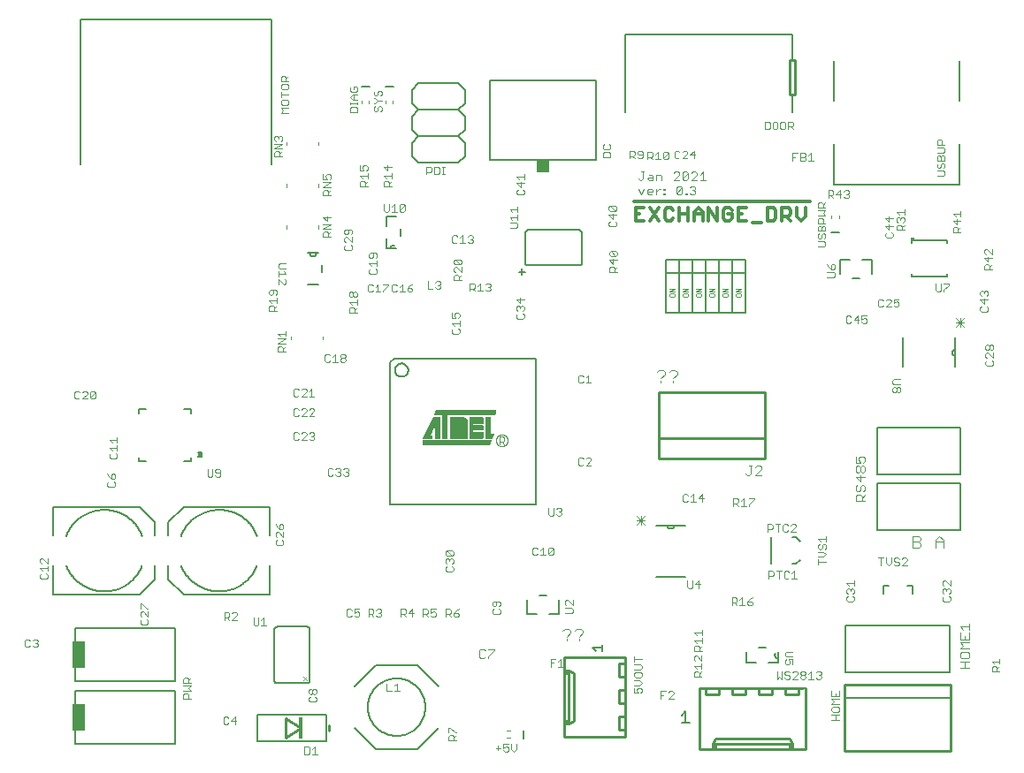
<source format=gbr>
G04 EAGLE Gerber RS-274X export*
G75*
%MOMM*%
%FSLAX34Y34*%
%LPD*%
%INSilkscreen Top*%
%IPPOS*%
%AMOC8*
5,1,8,0,0,1.08239X$1,22.5*%
G01*
%ADD10C,0.304800*%
%ADD11C,0.101600*%
%ADD12C,0.203200*%
%ADD13C,0.076200*%
%ADD14C,0.254000*%
%ADD15C,0.127000*%
%ADD16R,0.300000X2.100000*%
%ADD17R,1.270000X1.270000*%
%ADD18C,0.152400*%
%ADD19R,1.270000X2.540000*%
%ADD20R,0.400000X0.400000*%
%ADD21C,0.177800*%
%ADD22C,0.050800*%

G36*
X428508Y307101D02*
X428508Y307101D01*
X428517Y307100D01*
X428605Y307121D01*
X428695Y307139D01*
X428702Y307144D01*
X428710Y307146D01*
X428783Y307200D01*
X428859Y307252D01*
X428863Y307259D01*
X428870Y307264D01*
X428917Y307342D01*
X428966Y307419D01*
X428967Y307428D01*
X428972Y307435D01*
X428999Y307599D01*
X428999Y330100D01*
X474499Y330100D01*
X474507Y330101D01*
X474516Y330100D01*
X474604Y330121D01*
X474694Y330139D01*
X474701Y330144D01*
X474709Y330146D01*
X474782Y330200D01*
X474858Y330252D01*
X474862Y330259D01*
X474869Y330264D01*
X474916Y330342D01*
X474965Y330419D01*
X474966Y330428D01*
X474971Y330435D01*
X474998Y330599D01*
X474998Y334600D01*
X474997Y334608D01*
X474998Y334617D01*
X474977Y334705D01*
X474959Y334795D01*
X474954Y334802D01*
X474952Y334810D01*
X474898Y334883D01*
X474846Y334959D01*
X474839Y334963D01*
X474834Y334970D01*
X474756Y335017D01*
X474679Y335066D01*
X474670Y335067D01*
X474663Y335072D01*
X474499Y335099D01*
X418500Y335099D01*
X418409Y335081D01*
X418319Y335065D01*
X418312Y335061D01*
X418305Y335060D01*
X418229Y335007D01*
X418152Y334958D01*
X418147Y334951D01*
X418141Y334947D01*
X418122Y334917D01*
X418053Y334823D01*
X416054Y330822D01*
X416048Y330799D01*
X416035Y330779D01*
X416023Y330704D01*
X416003Y330630D01*
X416006Y330606D01*
X416002Y330582D01*
X416020Y330509D01*
X416030Y330433D01*
X416043Y330412D01*
X416048Y330389D01*
X416093Y330328D01*
X416132Y330263D01*
X416152Y330248D01*
X416166Y330229D01*
X416231Y330190D01*
X416293Y330145D01*
X416316Y330140D01*
X416337Y330127D01*
X416452Y330108D01*
X416486Y330100D01*
X416493Y330101D01*
X416501Y330100D01*
X424000Y330100D01*
X424000Y307599D01*
X424001Y307591D01*
X424000Y307582D01*
X424021Y307494D01*
X424039Y307404D01*
X424044Y307397D01*
X424046Y307389D01*
X424100Y307316D01*
X424152Y307240D01*
X424159Y307236D01*
X424164Y307229D01*
X424242Y307182D01*
X424319Y307133D01*
X424328Y307132D01*
X424335Y307127D01*
X424499Y307100D01*
X428500Y307100D01*
X428508Y307101D01*
G37*
G36*
X468591Y301119D02*
X468591Y301119D01*
X468681Y301135D01*
X468687Y301139D01*
X468695Y301140D01*
X468771Y301193D01*
X468848Y301242D01*
X468853Y301249D01*
X468859Y301253D01*
X468878Y301283D01*
X468947Y301377D01*
X470948Y305378D01*
X470953Y305399D01*
X470963Y305414D01*
X470964Y305416D01*
X470967Y305421D01*
X470979Y305496D01*
X470999Y305570D01*
X470996Y305594D01*
X471000Y305618D01*
X470982Y305691D01*
X470972Y305767D01*
X470960Y305787D01*
X470954Y305811D01*
X470909Y305872D01*
X470870Y305937D01*
X470850Y305952D01*
X470836Y305971D01*
X470771Y306010D01*
X470709Y306055D01*
X470686Y306060D01*
X470665Y306073D01*
X470551Y306092D01*
X470516Y306100D01*
X470509Y306099D01*
X470501Y306100D01*
X405500Y306100D01*
X405492Y306099D01*
X405483Y306100D01*
X405395Y306079D01*
X405305Y306061D01*
X405298Y306056D01*
X405290Y306054D01*
X405217Y306000D01*
X405141Y305948D01*
X405137Y305941D01*
X405130Y305936D01*
X405083Y305858D01*
X405034Y305781D01*
X405033Y305772D01*
X405028Y305765D01*
X405001Y305601D01*
X405001Y301600D01*
X405002Y301592D01*
X405001Y301583D01*
X405022Y301495D01*
X405040Y301405D01*
X405045Y301398D01*
X405047Y301390D01*
X405101Y301317D01*
X405153Y301241D01*
X405160Y301237D01*
X405165Y301230D01*
X405243Y301183D01*
X405320Y301134D01*
X405329Y301133D01*
X405336Y301128D01*
X405500Y301101D01*
X468500Y301101D01*
X468591Y301119D01*
G37*
G36*
X435508Y307101D02*
X435508Y307101D01*
X435517Y307100D01*
X435605Y307121D01*
X435695Y307139D01*
X435702Y307144D01*
X435710Y307146D01*
X435783Y307200D01*
X435859Y307252D01*
X435863Y307259D01*
X435870Y307264D01*
X435917Y307342D01*
X435966Y307419D01*
X435967Y307428D01*
X435972Y307435D01*
X435999Y307599D01*
X435999Y325101D01*
X437000Y325101D01*
X437000Y307599D01*
X437001Y307591D01*
X437000Y307582D01*
X437021Y307494D01*
X437039Y307404D01*
X437044Y307397D01*
X437046Y307389D01*
X437100Y307316D01*
X437152Y307240D01*
X437159Y307236D01*
X437164Y307229D01*
X437242Y307182D01*
X437319Y307133D01*
X437328Y307132D01*
X437335Y307127D01*
X437499Y307100D01*
X441499Y307100D01*
X441507Y307101D01*
X441516Y307100D01*
X441604Y307121D01*
X441694Y307139D01*
X441701Y307144D01*
X441709Y307146D01*
X441782Y307200D01*
X441858Y307252D01*
X441862Y307259D01*
X441869Y307264D01*
X441916Y307342D01*
X441965Y307419D01*
X441966Y307428D01*
X441971Y307435D01*
X441998Y307599D01*
X441998Y325101D01*
X443002Y325101D01*
X443002Y307599D01*
X443003Y307591D01*
X443002Y307582D01*
X443023Y307494D01*
X443041Y307404D01*
X443046Y307397D01*
X443048Y307389D01*
X443102Y307316D01*
X443154Y307240D01*
X443161Y307236D01*
X443166Y307229D01*
X443244Y307182D01*
X443321Y307133D01*
X443330Y307132D01*
X443337Y307127D01*
X443501Y307100D01*
X447499Y307100D01*
X447507Y307101D01*
X447516Y307100D01*
X447604Y307121D01*
X447694Y307139D01*
X447701Y307144D01*
X447709Y307146D01*
X447782Y307200D01*
X447858Y307252D01*
X447862Y307259D01*
X447869Y307264D01*
X447916Y307342D01*
X447965Y307419D01*
X447966Y307428D01*
X447971Y307435D01*
X447998Y307599D01*
X447998Y323599D01*
X447992Y323631D01*
X447994Y323663D01*
X447967Y323751D01*
X447959Y323794D01*
X447951Y323805D01*
X447946Y323822D01*
X446948Y325823D01*
X446935Y325840D01*
X446854Y325953D01*
X445853Y326954D01*
X445834Y326966D01*
X445723Y327048D01*
X443724Y328046D01*
X443693Y328054D01*
X443665Y328071D01*
X443575Y328086D01*
X443532Y328097D01*
X443518Y328095D01*
X443501Y328098D01*
X431499Y328098D01*
X431491Y328097D01*
X431482Y328098D01*
X431394Y328077D01*
X431304Y328059D01*
X431297Y328054D01*
X431289Y328052D01*
X431216Y327998D01*
X431140Y327946D01*
X431136Y327939D01*
X431129Y327934D01*
X431082Y327856D01*
X431033Y327779D01*
X431032Y327770D01*
X431027Y327763D01*
X431000Y327599D01*
X431000Y307599D01*
X431001Y307591D01*
X431000Y307582D01*
X431021Y307494D01*
X431039Y307404D01*
X431044Y307397D01*
X431046Y307389D01*
X431100Y307316D01*
X431152Y307240D01*
X431159Y307236D01*
X431164Y307229D01*
X431242Y307182D01*
X431319Y307133D01*
X431328Y307132D01*
X431335Y307127D01*
X431499Y307100D01*
X435500Y307100D01*
X435508Y307101D01*
G37*
G36*
X462508Y307101D02*
X462508Y307101D01*
X462517Y307100D01*
X462605Y307121D01*
X462695Y307139D01*
X462702Y307144D01*
X462710Y307146D01*
X462783Y307200D01*
X462859Y307252D01*
X462863Y307259D01*
X462870Y307264D01*
X462917Y307342D01*
X462966Y307419D01*
X462967Y307428D01*
X462972Y307435D01*
X462999Y307599D01*
X462999Y313599D01*
X462998Y313603D01*
X462999Y313607D01*
X462998Y313610D01*
X462999Y313616D01*
X462978Y313704D01*
X462960Y313794D01*
X462955Y313801D01*
X462953Y313809D01*
X462899Y313882D01*
X462847Y313958D01*
X462840Y313962D01*
X462835Y313969D01*
X462757Y314016D01*
X462680Y314065D01*
X462671Y314066D01*
X462664Y314071D01*
X462500Y314098D01*
X452999Y314098D01*
X452999Y315101D01*
X462500Y315101D01*
X462508Y315102D01*
X462517Y315101D01*
X462605Y315122D01*
X462695Y315140D01*
X462702Y315145D01*
X462710Y315147D01*
X462783Y315201D01*
X462859Y315253D01*
X462863Y315260D01*
X462870Y315265D01*
X462917Y315343D01*
X462966Y315420D01*
X462967Y315429D01*
X462972Y315436D01*
X462999Y315600D01*
X462999Y319601D01*
X462998Y319609D01*
X462999Y319618D01*
X462978Y319706D01*
X462960Y319796D01*
X462955Y319803D01*
X462953Y319811D01*
X462899Y319884D01*
X462847Y319960D01*
X462840Y319964D01*
X462835Y319971D01*
X462757Y320018D01*
X462680Y320067D01*
X462671Y320068D01*
X462664Y320073D01*
X462500Y320100D01*
X452999Y320100D01*
X452999Y321101D01*
X462500Y321101D01*
X462508Y321102D01*
X462517Y321101D01*
X462605Y321122D01*
X462695Y321140D01*
X462702Y321145D01*
X462710Y321147D01*
X462783Y321201D01*
X462859Y321253D01*
X462863Y321260D01*
X462870Y321265D01*
X462917Y321343D01*
X462966Y321420D01*
X462967Y321429D01*
X462972Y321436D01*
X462999Y321600D01*
X462999Y327599D01*
X462998Y327607D01*
X462999Y327616D01*
X462978Y327704D01*
X462960Y327794D01*
X462955Y327801D01*
X462953Y327809D01*
X462899Y327882D01*
X462847Y327958D01*
X462840Y327962D01*
X462835Y327969D01*
X462757Y328016D01*
X462680Y328065D01*
X462671Y328066D01*
X462664Y328071D01*
X462500Y328098D01*
X450501Y328098D01*
X450493Y328097D01*
X450484Y328098D01*
X450396Y328077D01*
X450306Y328059D01*
X450299Y328054D01*
X450291Y328052D01*
X450218Y327998D01*
X450142Y327946D01*
X450138Y327939D01*
X450131Y327934D01*
X450084Y327856D01*
X450035Y327779D01*
X450034Y327770D01*
X450029Y327763D01*
X450002Y327599D01*
X450002Y307599D01*
X450003Y307591D01*
X450002Y307582D01*
X450023Y307494D01*
X450041Y307404D01*
X450046Y307397D01*
X450048Y307389D01*
X450102Y307316D01*
X450154Y307240D01*
X450161Y307236D01*
X450166Y307229D01*
X450244Y307182D01*
X450321Y307133D01*
X450330Y307132D01*
X450337Y307127D01*
X450501Y307100D01*
X462500Y307100D01*
X462508Y307101D01*
G37*
G36*
X413509Y307101D02*
X413509Y307101D01*
X413518Y307100D01*
X413606Y307121D01*
X413696Y307139D01*
X413703Y307144D01*
X413711Y307146D01*
X413784Y307200D01*
X413860Y307252D01*
X413864Y307259D01*
X413871Y307264D01*
X413918Y307342D01*
X413967Y307419D01*
X413968Y307428D01*
X413973Y307435D01*
X414000Y307599D01*
X414000Y309601D01*
X413999Y309607D01*
X414000Y309613D01*
X413999Y309615D01*
X414000Y309618D01*
X413979Y309706D01*
X413961Y309796D01*
X413956Y309803D01*
X413954Y309811D01*
X413900Y309884D01*
X413848Y309960D01*
X413841Y309964D01*
X413836Y309971D01*
X413758Y310018D01*
X413681Y310067D01*
X413672Y310068D01*
X413665Y310073D01*
X413501Y310100D01*
X412307Y310100D01*
X417000Y319485D01*
X417000Y307599D01*
X417001Y307591D01*
X417000Y307582D01*
X417021Y307494D01*
X417039Y307404D01*
X417044Y307397D01*
X417046Y307389D01*
X417100Y307316D01*
X417152Y307240D01*
X417159Y307236D01*
X417164Y307229D01*
X417242Y307182D01*
X417319Y307133D01*
X417328Y307132D01*
X417335Y307127D01*
X417499Y307100D01*
X421499Y307100D01*
X421507Y307101D01*
X421516Y307100D01*
X421604Y307121D01*
X421694Y307139D01*
X421701Y307144D01*
X421709Y307146D01*
X421782Y307200D01*
X421858Y307252D01*
X421862Y307259D01*
X421869Y307264D01*
X421916Y307342D01*
X421965Y307419D01*
X421966Y307428D01*
X421971Y307435D01*
X421998Y307599D01*
X421998Y327599D01*
X421997Y327607D01*
X421998Y327616D01*
X421977Y327704D01*
X421959Y327794D01*
X421954Y327801D01*
X421952Y327809D01*
X421898Y327882D01*
X421846Y327958D01*
X421839Y327962D01*
X421834Y327969D01*
X421756Y328016D01*
X421679Y328065D01*
X421670Y328066D01*
X421663Y328071D01*
X421499Y328098D01*
X415500Y328098D01*
X415410Y328080D01*
X415319Y328064D01*
X415313Y328060D01*
X415305Y328059D01*
X415229Y328006D01*
X415152Y327957D01*
X415147Y327950D01*
X415141Y327946D01*
X415122Y327916D01*
X415053Y327822D01*
X405053Y307822D01*
X405047Y307799D01*
X405034Y307779D01*
X405022Y307704D01*
X405002Y307630D01*
X405005Y307606D01*
X405001Y307582D01*
X405019Y307509D01*
X405029Y307433D01*
X405041Y307413D01*
X405047Y307389D01*
X405092Y307328D01*
X405131Y307263D01*
X405151Y307248D01*
X405165Y307229D01*
X405230Y307190D01*
X405292Y307145D01*
X405315Y307140D01*
X405336Y307127D01*
X405450Y307108D01*
X405485Y307100D01*
X405492Y307101D01*
X405500Y307100D01*
X413501Y307100D01*
X413509Y307101D01*
G37*
G36*
X471589Y307118D02*
X471589Y307118D01*
X471680Y307134D01*
X471686Y307138D01*
X471694Y307139D01*
X471770Y307192D01*
X471847Y307241D01*
X471852Y307248D01*
X471858Y307252D01*
X471877Y307282D01*
X471945Y307376D01*
X473947Y311377D01*
X473953Y311397D01*
X473963Y311413D01*
X473964Y311415D01*
X473967Y311420D01*
X473980Y311495D01*
X473999Y311569D01*
X473996Y311593D01*
X474000Y311617D01*
X473982Y311690D01*
X473972Y311766D01*
X473960Y311786D01*
X473954Y311810D01*
X473909Y311871D01*
X473870Y311936D01*
X473850Y311951D01*
X473836Y311970D01*
X473771Y312009D01*
X473710Y312054D01*
X473686Y312059D01*
X473665Y312072D01*
X473551Y312091D01*
X473516Y312099D01*
X473509Y312098D01*
X473501Y312099D01*
X469999Y312099D01*
X469999Y327599D01*
X469998Y327607D01*
X469999Y327616D01*
X469978Y327704D01*
X469960Y327794D01*
X469955Y327801D01*
X469953Y327809D01*
X469899Y327882D01*
X469847Y327958D01*
X469840Y327962D01*
X469835Y327969D01*
X469757Y328016D01*
X469680Y328065D01*
X469671Y328066D01*
X469664Y328071D01*
X469500Y328098D01*
X465500Y328098D01*
X465492Y328097D01*
X465483Y328098D01*
X465395Y328077D01*
X465305Y328059D01*
X465298Y328054D01*
X465290Y328052D01*
X465217Y327998D01*
X465141Y327946D01*
X465137Y327939D01*
X465130Y327934D01*
X465083Y327856D01*
X465034Y327779D01*
X465033Y327770D01*
X465028Y327763D01*
X465001Y327599D01*
X465001Y307599D01*
X465002Y307591D01*
X465001Y307582D01*
X465022Y307494D01*
X465040Y307404D01*
X465045Y307397D01*
X465047Y307389D01*
X465101Y307316D01*
X465153Y307240D01*
X465160Y307236D01*
X465165Y307229D01*
X465243Y307182D01*
X465320Y307133D01*
X465329Y307132D01*
X465336Y307127D01*
X465500Y307100D01*
X471499Y307100D01*
X471589Y307118D01*
G37*
D10*
X607207Y534612D02*
X775600Y534612D01*
X616865Y528526D02*
X608731Y528526D01*
X608731Y516324D01*
X616865Y516324D01*
X612798Y522425D02*
X608731Y522425D01*
X622763Y528526D02*
X630898Y516324D01*
X622763Y516324D02*
X630898Y528526D01*
X642897Y528526D02*
X644931Y526493D01*
X642897Y528526D02*
X638830Y528526D01*
X636796Y526493D01*
X636796Y518358D01*
X638830Y516324D01*
X642897Y516324D01*
X644931Y518358D01*
X650829Y516324D02*
X650829Y528526D01*
X650829Y522425D02*
X658964Y522425D01*
X658964Y528526D02*
X658964Y516324D01*
X664862Y516324D02*
X664862Y524459D01*
X668929Y528526D01*
X672997Y524459D01*
X672997Y516324D01*
X672997Y522425D02*
X664862Y522425D01*
X678894Y516324D02*
X678894Y528526D01*
X687029Y516324D01*
X687029Y528526D01*
X699028Y528526D02*
X701062Y526493D01*
X699028Y528526D02*
X694961Y528526D01*
X692927Y526493D01*
X692927Y518358D01*
X694961Y516324D01*
X699028Y516324D01*
X701062Y518358D01*
X701062Y522425D01*
X696995Y522425D01*
X706960Y528526D02*
X715095Y528526D01*
X706960Y528526D02*
X706960Y516324D01*
X715095Y516324D01*
X711027Y522425D02*
X706960Y522425D01*
X720993Y514290D02*
X729128Y514290D01*
X735026Y516324D02*
X735026Y528526D01*
X735026Y516324D02*
X741127Y516324D01*
X743160Y518358D01*
X743160Y526493D01*
X741127Y528526D01*
X735026Y528526D01*
X749058Y528526D02*
X749058Y516324D01*
X749058Y528526D02*
X755160Y528526D01*
X757193Y526493D01*
X757193Y522425D01*
X755160Y520391D01*
X749058Y520391D01*
X753126Y520391D02*
X757193Y516324D01*
X763091Y520391D02*
X763091Y528526D01*
X763091Y520391D02*
X767159Y516324D01*
X771226Y520391D01*
X771226Y528526D01*
D11*
X612914Y555024D02*
X611558Y556380D01*
X612914Y555024D02*
X614270Y555024D01*
X615625Y556380D01*
X615625Y563159D01*
X614270Y563159D02*
X616981Y563159D01*
X621333Y560447D02*
X624045Y560447D01*
X625401Y559091D01*
X625401Y555024D01*
X621333Y555024D01*
X619978Y556380D01*
X621333Y557736D01*
X625401Y557736D01*
X628397Y560447D02*
X628397Y555024D01*
X628397Y560447D02*
X632465Y560447D01*
X633821Y559091D01*
X633821Y555024D01*
X645237Y555024D02*
X650660Y555024D01*
X645237Y555024D02*
X650660Y560447D01*
X650660Y561803D01*
X649304Y563159D01*
X646592Y563159D01*
X645237Y561803D01*
X653656Y561803D02*
X653656Y556380D01*
X653656Y561803D02*
X655012Y563159D01*
X657724Y563159D01*
X659080Y561803D01*
X659080Y556380D01*
X657724Y555024D01*
X655012Y555024D01*
X653656Y556380D01*
X659080Y561803D01*
X662076Y555024D02*
X667499Y555024D01*
X662076Y555024D02*
X667499Y560447D01*
X667499Y561803D01*
X666143Y563159D01*
X663432Y563159D01*
X662076Y561803D01*
X670496Y560447D02*
X673207Y563159D01*
X673207Y555024D01*
X670496Y555024D02*
X675919Y555024D01*
X614270Y541308D02*
X611558Y546731D01*
X616981Y546731D02*
X614270Y541308D01*
X621333Y541308D02*
X624045Y541308D01*
X621333Y541308D02*
X619978Y542664D01*
X619978Y545375D01*
X621333Y546731D01*
X624045Y546731D01*
X625401Y545375D01*
X625401Y544020D01*
X619978Y544020D01*
X628397Y546731D02*
X628397Y541308D01*
X628397Y544020D02*
X631109Y546731D01*
X632465Y546731D01*
X635414Y546731D02*
X636770Y546731D01*
X636770Y545375D01*
X635414Y545375D01*
X635414Y546731D01*
X635414Y542664D02*
X636770Y542664D01*
X636770Y541308D01*
X635414Y541308D01*
X635414Y542664D01*
X648043Y542664D02*
X648043Y548087D01*
X649399Y549443D01*
X652111Y549443D01*
X653466Y548087D01*
X653466Y542664D01*
X652111Y541308D01*
X649399Y541308D01*
X648043Y542664D01*
X653466Y548087D01*
X656463Y542664D02*
X656463Y541308D01*
X656463Y542664D02*
X657819Y542664D01*
X657819Y541308D01*
X656463Y541308D01*
X660673Y548087D02*
X662028Y549443D01*
X664740Y549443D01*
X666096Y548087D01*
X666096Y546731D01*
X664740Y545375D01*
X663384Y545375D01*
X664740Y545375D02*
X666096Y544020D01*
X666096Y542664D01*
X664740Y541308D01*
X662028Y541308D01*
X660673Y542664D01*
X540937Y125232D02*
X538988Y123283D01*
X540937Y125232D02*
X544835Y125232D01*
X546784Y123283D01*
X546784Y121334D01*
X542886Y117436D01*
X542886Y115487D02*
X542886Y113538D01*
X550682Y123283D02*
X552631Y125232D01*
X556529Y125232D01*
X558478Y123283D01*
X558478Y121334D01*
X554580Y117436D01*
X554580Y115487D02*
X554580Y113538D01*
X629158Y370933D02*
X631107Y372882D01*
X635005Y372882D01*
X636954Y370933D01*
X636954Y368984D01*
X633056Y365086D01*
X633056Y363137D02*
X633056Y361188D01*
X640852Y370933D02*
X642801Y372882D01*
X646699Y372882D01*
X648648Y370933D01*
X648648Y368984D01*
X644750Y365086D01*
X644750Y363137D02*
X644750Y361188D01*
X895858Y210234D02*
X895858Y202438D01*
X895858Y210234D02*
X899756Y214132D01*
X903654Y210234D01*
X903654Y202438D01*
X903654Y208285D02*
X895858Y208285D01*
X874268Y202438D02*
X874268Y214132D01*
X880115Y214132D01*
X882064Y212183D01*
X882064Y210234D01*
X880115Y208285D01*
X882064Y206336D01*
X882064Y204387D01*
X880115Y202438D01*
X874268Y202438D01*
X874268Y208285D02*
X880115Y208285D01*
X488524Y20500D02*
X485476Y20500D01*
X485476Y27500D02*
X488524Y27500D01*
D12*
X501605Y27810D02*
X501605Y20190D01*
D13*
X479843Y10939D02*
X474929Y10939D01*
X477386Y8482D02*
X477386Y13397D01*
X482413Y14625D02*
X487328Y14625D01*
X482413Y14625D02*
X482413Y10939D01*
X484870Y12168D01*
X486099Y12168D01*
X487328Y10939D01*
X487328Y8482D01*
X486099Y7253D01*
X483641Y7253D01*
X482413Y8482D01*
X489897Y9710D02*
X489897Y14625D01*
X489897Y9710D02*
X492354Y7253D01*
X494812Y9710D01*
X494812Y14625D01*
D14*
X540790Y21900D02*
X540790Y34600D01*
D15*
X540790Y37140D01*
D14*
X540790Y34600D02*
X540790Y98100D01*
X540790Y21900D02*
X599210Y21900D01*
D15*
X599210Y28250D02*
X599210Y53650D01*
D14*
X599210Y98100D02*
X540790Y98100D01*
X599210Y91750D02*
X599210Y79050D01*
X599210Y66350D02*
X599210Y53650D01*
X599210Y28250D02*
X599210Y21900D01*
X599210Y28250D02*
X592860Y28250D01*
X592860Y40950D01*
X599210Y40950D01*
X599210Y28250D01*
X599210Y40950D02*
X599210Y53650D01*
X592860Y53650D01*
X592860Y66350D01*
X599210Y66350D01*
X599210Y79050D01*
X592860Y79050D01*
X592860Y91750D01*
X599210Y91750D01*
X599210Y98100D01*
X544600Y34600D02*
X540790Y34600D01*
X544600Y34600D02*
X544600Y37140D01*
X544600Y82860D01*
X544600Y85400D01*
X540790Y85400D01*
X549680Y37140D02*
X544600Y34600D01*
X544600Y37140D02*
X540790Y37140D01*
X549680Y37140D02*
X549680Y82860D01*
X544600Y85400D01*
X544600Y82860D02*
X540790Y82860D01*
D15*
X567848Y106781D02*
X570814Y103815D01*
X567848Y106781D02*
X576746Y106781D01*
X576746Y103815D02*
X576746Y109747D01*
D13*
X607496Y68465D02*
X607496Y63550D01*
X611182Y63550D01*
X609953Y66007D01*
X609953Y67236D01*
X611182Y68465D01*
X613639Y68465D01*
X614868Y67236D01*
X614868Y64779D01*
X613639Y63550D01*
X612411Y71034D02*
X607496Y71034D01*
X612411Y71034D02*
X614868Y73492D01*
X612411Y75949D01*
X607496Y75949D01*
X607496Y79747D02*
X607496Y82204D01*
X607496Y79747D02*
X608724Y78518D01*
X613639Y78518D01*
X614868Y79747D01*
X614868Y82204D01*
X613639Y83433D01*
X608724Y83433D01*
X607496Y82204D01*
X607496Y86002D02*
X613639Y86002D01*
X614868Y87231D01*
X614868Y89689D01*
X613639Y90917D01*
X607496Y90917D01*
X607496Y95944D02*
X614868Y95944D01*
X607496Y93487D02*
X607496Y98401D01*
X558678Y367047D02*
X557449Y368275D01*
X554991Y368275D01*
X553763Y367047D01*
X553763Y362132D01*
X554991Y360903D01*
X557449Y360903D01*
X558678Y362132D01*
X561247Y365818D02*
X563704Y368275D01*
X563704Y360903D01*
X561247Y360903D02*
X566162Y360903D01*
X513717Y203103D02*
X514946Y201875D01*
X513717Y203103D02*
X511260Y203103D01*
X510031Y201875D01*
X510031Y196960D01*
X511260Y195731D01*
X513717Y195731D01*
X514946Y196960D01*
X517515Y200646D02*
X519973Y203103D01*
X519973Y195731D01*
X522430Y195731D02*
X517515Y195731D01*
X524999Y196960D02*
X524999Y201875D01*
X526228Y203103D01*
X528685Y203103D01*
X529914Y201875D01*
X529914Y196960D01*
X528685Y195731D01*
X526228Y195731D01*
X524999Y196960D01*
X529914Y201875D01*
X106303Y293543D02*
X105075Y292315D01*
X105075Y289857D01*
X106303Y288629D01*
X111218Y288629D01*
X112447Y289857D01*
X112447Y292315D01*
X111218Y293543D01*
X107532Y296113D02*
X105075Y298570D01*
X112447Y298570D01*
X112447Y296113D02*
X112447Y301028D01*
X107532Y303597D02*
X105075Y306054D01*
X112447Y306054D01*
X112447Y303597D02*
X112447Y308512D01*
D12*
X134000Y242000D02*
X51500Y242000D01*
X148500Y227500D02*
X148500Y214500D01*
X148500Y185500D02*
X148500Y172500D01*
X134000Y158000D02*
X51500Y158000D01*
X51500Y185500D01*
X51500Y214500D02*
X51500Y242000D01*
X134000Y242000D02*
X148500Y227500D01*
X148500Y172500D02*
X134000Y158000D01*
X136500Y214000D02*
X136149Y214884D01*
X135776Y215759D01*
X135382Y216625D01*
X134967Y217481D01*
X134531Y218327D01*
X134075Y219161D01*
X133599Y219985D01*
X133102Y220796D01*
X132587Y221596D01*
X132052Y222382D01*
X131497Y223155D01*
X130925Y223915D01*
X130334Y224660D01*
X129725Y225391D01*
X129098Y226107D01*
X128454Y226807D01*
X127793Y227492D01*
X127116Y228160D01*
X126423Y228811D01*
X125714Y229445D01*
X124990Y230062D01*
X124251Y230662D01*
X123498Y231243D01*
X122731Y231805D01*
X121950Y232349D01*
X121157Y232873D01*
X120351Y233378D01*
X119532Y233864D01*
X118703Y234329D01*
X117862Y234774D01*
X117011Y235198D01*
X116149Y235602D01*
X115278Y235984D01*
X114398Y236345D01*
X113509Y236685D01*
X112613Y237002D01*
X111709Y237298D01*
X110798Y237572D01*
X109880Y237824D01*
X108957Y238053D01*
X108028Y238260D01*
X107095Y238444D01*
X106158Y238605D01*
X105217Y238743D01*
X104272Y238859D01*
X103326Y238951D01*
X102377Y239021D01*
X101427Y239067D01*
X100476Y239090D01*
X99524Y239090D01*
X98573Y239067D01*
X97623Y239021D01*
X96674Y238951D01*
X95728Y238859D01*
X94783Y238743D01*
X93842Y238605D01*
X92905Y238444D01*
X91972Y238260D01*
X91043Y238053D01*
X90120Y237824D01*
X89202Y237572D01*
X88291Y237298D01*
X87387Y237002D01*
X86491Y236685D01*
X85602Y236345D01*
X84722Y235984D01*
X83851Y235602D01*
X82989Y235198D01*
X82138Y234774D01*
X81297Y234329D01*
X80468Y233864D01*
X79649Y233378D01*
X78843Y232873D01*
X78050Y232349D01*
X77269Y231805D01*
X76502Y231243D01*
X75749Y230662D01*
X75010Y230062D01*
X74286Y229445D01*
X73577Y228811D01*
X72884Y228160D01*
X72207Y227492D01*
X71546Y226807D01*
X70902Y226107D01*
X70275Y225391D01*
X69666Y224660D01*
X69075Y223915D01*
X68503Y223155D01*
X67948Y222382D01*
X67413Y221596D01*
X66898Y220796D01*
X66401Y219985D01*
X65925Y219161D01*
X65469Y218327D01*
X65033Y217481D01*
X64618Y216625D01*
X64224Y215759D01*
X63851Y214884D01*
X63500Y214000D01*
X63500Y186000D02*
X63851Y185116D01*
X64224Y184241D01*
X64618Y183375D01*
X65033Y182519D01*
X65469Y181673D01*
X65925Y180839D01*
X66401Y180015D01*
X66898Y179204D01*
X67413Y178404D01*
X67948Y177618D01*
X68503Y176845D01*
X69075Y176085D01*
X69666Y175340D01*
X70275Y174609D01*
X70902Y173893D01*
X71546Y173193D01*
X72207Y172508D01*
X72884Y171840D01*
X73577Y171189D01*
X74286Y170555D01*
X75010Y169938D01*
X75749Y169338D01*
X76502Y168757D01*
X77269Y168195D01*
X78050Y167651D01*
X78843Y167127D01*
X79649Y166622D01*
X80468Y166136D01*
X81297Y165671D01*
X82138Y165226D01*
X82989Y164802D01*
X83851Y164398D01*
X84722Y164016D01*
X85602Y163655D01*
X86491Y163315D01*
X87387Y162998D01*
X88291Y162702D01*
X89202Y162428D01*
X90120Y162176D01*
X91043Y161947D01*
X91972Y161740D01*
X92905Y161556D01*
X93842Y161395D01*
X94783Y161257D01*
X95728Y161141D01*
X96674Y161049D01*
X97623Y160979D01*
X98573Y160933D01*
X99524Y160910D01*
X100476Y160910D01*
X101427Y160933D01*
X102377Y160979D01*
X103326Y161049D01*
X104272Y161141D01*
X105217Y161257D01*
X106158Y161395D01*
X107095Y161556D01*
X108028Y161740D01*
X108957Y161947D01*
X109880Y162176D01*
X110798Y162428D01*
X111709Y162702D01*
X112613Y162998D01*
X113509Y163315D01*
X114398Y163655D01*
X115278Y164016D01*
X116149Y164398D01*
X117011Y164802D01*
X117862Y165226D01*
X118703Y165671D01*
X119532Y166136D01*
X120351Y166622D01*
X121157Y167127D01*
X121950Y167651D01*
X122731Y168195D01*
X123498Y168757D01*
X124251Y169338D01*
X124990Y169938D01*
X125714Y170555D01*
X126423Y171189D01*
X127116Y171840D01*
X127793Y172508D01*
X128454Y173193D01*
X129098Y173893D01*
X129725Y174609D01*
X130334Y175340D01*
X130925Y176085D01*
X131497Y176845D01*
X132052Y177618D01*
X132587Y178404D01*
X133102Y179204D01*
X133599Y180015D01*
X134075Y180839D01*
X134531Y181673D01*
X134967Y182519D01*
X135382Y183375D01*
X135776Y184241D01*
X136149Y185116D01*
X136500Y186000D01*
D13*
X39675Y177896D02*
X38447Y176667D01*
X38447Y174210D01*
X39675Y172981D01*
X44590Y172981D01*
X45819Y174210D01*
X45819Y176667D01*
X44590Y177896D01*
X40904Y180465D02*
X38447Y182923D01*
X45819Y182923D01*
X45819Y185380D02*
X45819Y180465D01*
X45819Y187949D02*
X45819Y192864D01*
X45819Y187949D02*
X40904Y192864D01*
X39675Y192864D01*
X38447Y191635D01*
X38447Y189178D01*
X39675Y187949D01*
X436965Y502275D02*
X438193Y501047D01*
X436965Y502275D02*
X434507Y502275D01*
X433279Y501047D01*
X433279Y496132D01*
X434507Y494903D01*
X436965Y494903D01*
X438193Y496132D01*
X440763Y499818D02*
X443220Y502275D01*
X443220Y494903D01*
X440763Y494903D02*
X445678Y494903D01*
X448247Y501047D02*
X449476Y502275D01*
X451933Y502275D01*
X453162Y501047D01*
X453162Y499818D01*
X451933Y498589D01*
X450704Y498589D01*
X451933Y498589D02*
X453162Y497360D01*
X453162Y496132D01*
X451933Y494903D01*
X449476Y494903D01*
X448247Y496132D01*
X657717Y254103D02*
X658946Y252875D01*
X657717Y254103D02*
X655260Y254103D01*
X654031Y252875D01*
X654031Y247960D01*
X655260Y246731D01*
X657717Y246731D01*
X658946Y247960D01*
X661515Y251646D02*
X663973Y254103D01*
X663973Y246731D01*
X666430Y246731D02*
X661515Y246731D01*
X672685Y246731D02*
X672685Y254103D01*
X668999Y250417D01*
X673914Y250417D01*
X434125Y412946D02*
X432897Y411717D01*
X432897Y409260D01*
X434125Y408031D01*
X439040Y408031D01*
X440269Y409260D01*
X440269Y411717D01*
X439040Y412946D01*
X435354Y415515D02*
X432897Y417973D01*
X440269Y417973D01*
X440269Y420430D02*
X440269Y415515D01*
X432897Y422999D02*
X432897Y427914D01*
X432897Y422999D02*
X436583Y422999D01*
X435354Y425457D01*
X435354Y426685D01*
X436583Y427914D01*
X439040Y427914D01*
X440269Y426685D01*
X440269Y424228D01*
X439040Y422999D01*
X380193Y454047D02*
X378965Y455275D01*
X376507Y455275D01*
X375279Y454047D01*
X375279Y449132D01*
X376507Y447903D01*
X378965Y447903D01*
X380193Y449132D01*
X382763Y452818D02*
X385220Y455275D01*
X385220Y447903D01*
X382763Y447903D02*
X387678Y447903D01*
X392704Y454047D02*
X395162Y455275D01*
X392704Y454047D02*
X390247Y451589D01*
X390247Y449132D01*
X391476Y447903D01*
X393933Y447903D01*
X395162Y449132D01*
X395162Y450360D01*
X393933Y451589D01*
X390247Y451589D01*
X357193Y454047D02*
X355965Y455275D01*
X353507Y455275D01*
X352279Y454047D01*
X352279Y449132D01*
X353507Y447903D01*
X355965Y447903D01*
X357193Y449132D01*
X359763Y452818D02*
X362220Y455275D01*
X362220Y447903D01*
X359763Y447903D02*
X364678Y447903D01*
X367247Y455275D02*
X372162Y455275D01*
X372162Y454047D01*
X367247Y449132D01*
X367247Y447903D01*
X314965Y388275D02*
X316193Y387047D01*
X314965Y388275D02*
X312507Y388275D01*
X311279Y387047D01*
X311279Y382132D01*
X312507Y380903D01*
X314965Y380903D01*
X316193Y382132D01*
X318763Y385818D02*
X321220Y388275D01*
X321220Y380903D01*
X318763Y380903D02*
X323678Y380903D01*
X326247Y387047D02*
X327476Y388275D01*
X329933Y388275D01*
X331162Y387047D01*
X331162Y385818D01*
X329933Y384589D01*
X331162Y383360D01*
X331162Y382132D01*
X329933Y380903D01*
X327476Y380903D01*
X326247Y382132D01*
X326247Y383360D01*
X327476Y384589D01*
X326247Y385818D01*
X326247Y387047D01*
X327476Y384589D02*
X329933Y384589D01*
X353725Y468965D02*
X354953Y470193D01*
X353725Y468965D02*
X353725Y466507D01*
X354953Y465279D01*
X359868Y465279D01*
X361097Y466507D01*
X361097Y468965D01*
X359868Y470193D01*
X356182Y472763D02*
X353725Y475220D01*
X361097Y475220D01*
X361097Y472763D02*
X361097Y477678D01*
X359868Y480247D02*
X361097Y481476D01*
X361097Y483933D01*
X359868Y485162D01*
X354953Y485162D01*
X353725Y483933D01*
X353725Y481476D01*
X354953Y480247D01*
X356182Y480247D01*
X357411Y481476D01*
X357411Y485162D01*
X557449Y289275D02*
X558678Y288047D01*
X557449Y289275D02*
X554991Y289275D01*
X553763Y288047D01*
X553763Y283132D01*
X554991Y281903D01*
X557449Y281903D01*
X558678Y283132D01*
X561247Y281903D02*
X566162Y281903D01*
X561247Y281903D02*
X566162Y286818D01*
X566162Y288047D01*
X564933Y289275D01*
X562476Y289275D01*
X561247Y288047D01*
X76543Y351697D02*
X75315Y352925D01*
X72857Y352925D01*
X71629Y351697D01*
X71629Y346782D01*
X72857Y345553D01*
X75315Y345553D01*
X76543Y346782D01*
X79113Y345553D02*
X84028Y345553D01*
X79113Y345553D02*
X84028Y350468D01*
X84028Y351697D01*
X82799Y352925D01*
X80341Y352925D01*
X79113Y351697D01*
X86597Y351697D02*
X86597Y346782D01*
X86597Y351697D02*
X87826Y352925D01*
X90283Y352925D01*
X91512Y351697D01*
X91512Y346782D01*
X90283Y345553D01*
X87826Y345553D01*
X86597Y346782D01*
X91512Y351697D01*
X284965Y355275D02*
X286193Y354047D01*
X284965Y355275D02*
X282507Y355275D01*
X281279Y354047D01*
X281279Y349132D01*
X282507Y347903D01*
X284965Y347903D01*
X286193Y349132D01*
X288763Y347903D02*
X293678Y347903D01*
X288763Y347903D02*
X293678Y352818D01*
X293678Y354047D01*
X292449Y355275D01*
X289991Y355275D01*
X288763Y354047D01*
X296247Y352818D02*
X298704Y355275D01*
X298704Y347903D01*
X296247Y347903D02*
X301162Y347903D01*
X286193Y335047D02*
X284965Y336275D01*
X282507Y336275D01*
X281279Y335047D01*
X281279Y330132D01*
X282507Y328903D01*
X284965Y328903D01*
X286193Y330132D01*
X288763Y328903D02*
X293678Y328903D01*
X288763Y328903D02*
X293678Y333818D01*
X293678Y335047D01*
X292449Y336275D01*
X289991Y336275D01*
X288763Y335047D01*
X296247Y328903D02*
X301162Y328903D01*
X296247Y328903D02*
X301162Y333818D01*
X301162Y335047D01*
X299933Y336275D01*
X297476Y336275D01*
X296247Y335047D01*
X284965Y313275D02*
X286193Y312047D01*
X284965Y313275D02*
X282507Y313275D01*
X281279Y312047D01*
X281279Y307132D01*
X282507Y305903D01*
X284965Y305903D01*
X286193Y307132D01*
X288763Y305903D02*
X293678Y305903D01*
X288763Y305903D02*
X293678Y310818D01*
X293678Y312047D01*
X292449Y313275D01*
X289991Y313275D01*
X288763Y312047D01*
X296247Y312047D02*
X297476Y313275D01*
X299933Y313275D01*
X301162Y312047D01*
X301162Y310818D01*
X299933Y309589D01*
X298704Y309589D01*
X299933Y309589D02*
X301162Y308360D01*
X301162Y307132D01*
X299933Y305903D01*
X297476Y305903D01*
X296247Y307132D01*
X649717Y583103D02*
X650946Y581875D01*
X649717Y583103D02*
X647260Y583103D01*
X646031Y581875D01*
X646031Y576960D01*
X647260Y575731D01*
X649717Y575731D01*
X650946Y576960D01*
X653515Y575731D02*
X658430Y575731D01*
X653515Y575731D02*
X658430Y580646D01*
X658430Y581875D01*
X657201Y583103D01*
X654744Y583103D01*
X653515Y581875D01*
X664685Y583103D02*
X664685Y575731D01*
X660999Y579417D02*
X664685Y583103D01*
X665914Y579417D02*
X660999Y579417D01*
X844717Y441103D02*
X845946Y439875D01*
X844717Y441103D02*
X842260Y441103D01*
X841031Y439875D01*
X841031Y434960D01*
X842260Y433731D01*
X844717Y433731D01*
X845946Y434960D01*
X848515Y433731D02*
X853430Y433731D01*
X848515Y433731D02*
X853430Y438646D01*
X853430Y439875D01*
X852201Y441103D01*
X849744Y441103D01*
X848515Y439875D01*
X855999Y441103D02*
X860914Y441103D01*
X855999Y441103D02*
X855999Y437417D01*
X858457Y438646D01*
X859685Y438646D01*
X860914Y437417D01*
X860914Y434960D01*
X859685Y433731D01*
X857228Y433731D01*
X855999Y434960D01*
X943725Y380965D02*
X944953Y382193D01*
X943725Y380965D02*
X943725Y378507D01*
X944953Y377279D01*
X949868Y377279D01*
X951097Y378507D01*
X951097Y380965D01*
X949868Y382193D01*
X951097Y384763D02*
X951097Y389678D01*
X951097Y384763D02*
X946182Y389678D01*
X944953Y389678D01*
X943725Y388449D01*
X943725Y385991D01*
X944953Y384763D01*
X944953Y392247D02*
X943725Y393476D01*
X943725Y395933D01*
X944953Y397162D01*
X946182Y397162D01*
X947411Y395933D01*
X948640Y397162D01*
X949868Y397162D01*
X951097Y395933D01*
X951097Y393476D01*
X949868Y392247D01*
X948640Y392247D01*
X947411Y393476D01*
X946182Y392247D01*
X944953Y392247D01*
X947411Y393476D02*
X947411Y395933D01*
X28946Y113875D02*
X27717Y115103D01*
X25260Y115103D01*
X24031Y113875D01*
X24031Y108960D01*
X25260Y107731D01*
X27717Y107731D01*
X28946Y108960D01*
X31515Y113875D02*
X32744Y115103D01*
X35201Y115103D01*
X36430Y113875D01*
X36430Y112646D01*
X35201Y111417D01*
X33973Y111417D01*
X35201Y111417D02*
X36430Y110188D01*
X36430Y108960D01*
X35201Y107731D01*
X32744Y107731D01*
X31515Y108960D01*
X426897Y183717D02*
X428125Y184946D01*
X426897Y183717D02*
X426897Y181260D01*
X428125Y180031D01*
X433040Y180031D01*
X434269Y181260D01*
X434269Y183717D01*
X433040Y184946D01*
X428125Y187515D02*
X426897Y188744D01*
X426897Y191201D01*
X428125Y192430D01*
X429354Y192430D01*
X430583Y191201D01*
X430583Y189973D01*
X430583Y191201D02*
X431812Y192430D01*
X433040Y192430D01*
X434269Y191201D01*
X434269Y188744D01*
X433040Y187515D01*
X433040Y194999D02*
X428125Y194999D01*
X426897Y196228D01*
X426897Y198685D01*
X428125Y199914D01*
X433040Y199914D01*
X434269Y198685D01*
X434269Y196228D01*
X433040Y194999D01*
X428125Y199914D01*
X810725Y154965D02*
X811953Y156193D01*
X810725Y154965D02*
X810725Y152507D01*
X811953Y151279D01*
X816868Y151279D01*
X818097Y152507D01*
X818097Y154965D01*
X816868Y156193D01*
X811953Y158763D02*
X810725Y159991D01*
X810725Y162449D01*
X811953Y163678D01*
X813182Y163678D01*
X814411Y162449D01*
X814411Y161220D01*
X814411Y162449D02*
X815640Y163678D01*
X816868Y163678D01*
X818097Y162449D01*
X818097Y159991D01*
X816868Y158763D01*
X813182Y166247D02*
X810725Y168704D01*
X818097Y168704D01*
X818097Y166247D02*
X818097Y171162D01*
X902725Y154965D02*
X903953Y156193D01*
X902725Y154965D02*
X902725Y152507D01*
X903953Y151279D01*
X908868Y151279D01*
X910097Y152507D01*
X910097Y154965D01*
X908868Y156193D01*
X903953Y158763D02*
X902725Y159991D01*
X902725Y162449D01*
X903953Y163678D01*
X905182Y163678D01*
X906411Y162449D01*
X906411Y161220D01*
X906411Y162449D02*
X907640Y163678D01*
X908868Y163678D01*
X910097Y162449D01*
X910097Y159991D01*
X908868Y158763D01*
X910097Y166247D02*
X910097Y171162D01*
X910097Y166247D02*
X905182Y171162D01*
X903953Y171162D01*
X902725Y169933D01*
X902725Y167476D01*
X903953Y166247D01*
X318946Y277875D02*
X317717Y279103D01*
X315260Y279103D01*
X314031Y277875D01*
X314031Y272960D01*
X315260Y271731D01*
X317717Y271731D01*
X318946Y272960D01*
X321515Y277875D02*
X322744Y279103D01*
X325201Y279103D01*
X326430Y277875D01*
X326430Y276646D01*
X325201Y275417D01*
X323973Y275417D01*
X325201Y275417D02*
X326430Y274188D01*
X326430Y272960D01*
X325201Y271731D01*
X322744Y271731D01*
X321515Y272960D01*
X328999Y277875D02*
X330228Y279103D01*
X332685Y279103D01*
X333914Y277875D01*
X333914Y276646D01*
X332685Y275417D01*
X331457Y275417D01*
X332685Y275417D02*
X333914Y274188D01*
X333914Y272960D01*
X332685Y271731D01*
X330228Y271731D01*
X328999Y272960D01*
X494725Y425965D02*
X495953Y427193D01*
X494725Y425965D02*
X494725Y423507D01*
X495953Y422279D01*
X500868Y422279D01*
X502097Y423507D01*
X502097Y425965D01*
X500868Y427193D01*
X495953Y429763D02*
X494725Y430991D01*
X494725Y433449D01*
X495953Y434678D01*
X497182Y434678D01*
X498411Y433449D01*
X498411Y432220D01*
X498411Y433449D02*
X499640Y434678D01*
X500868Y434678D01*
X502097Y433449D01*
X502097Y430991D01*
X500868Y429763D01*
X502097Y440933D02*
X494725Y440933D01*
X498411Y437247D01*
X498411Y442162D01*
X217799Y40925D02*
X219028Y39697D01*
X217799Y40925D02*
X215341Y40925D01*
X214113Y39697D01*
X214113Y34782D01*
X215341Y33553D01*
X217799Y33553D01*
X219028Y34782D01*
X225283Y33553D02*
X225283Y40925D01*
X221597Y37239D01*
X226512Y37239D01*
X583075Y514315D02*
X584303Y515543D01*
X583075Y514315D02*
X583075Y511857D01*
X584303Y510629D01*
X589218Y510629D01*
X590447Y511857D01*
X590447Y514315D01*
X589218Y515543D01*
X590447Y521799D02*
X583075Y521799D01*
X586761Y518113D01*
X586761Y523028D01*
X589218Y525597D02*
X584303Y525597D01*
X583075Y526826D01*
X583075Y529283D01*
X584303Y530512D01*
X589218Y530512D01*
X590447Y529283D01*
X590447Y526826D01*
X589218Y525597D01*
X584303Y530512D01*
X496125Y545946D02*
X494897Y544717D01*
X494897Y542260D01*
X496125Y541031D01*
X501040Y541031D01*
X502269Y542260D01*
X502269Y544717D01*
X501040Y545946D01*
X502269Y552201D02*
X494897Y552201D01*
X498583Y548515D01*
X498583Y553430D01*
X497354Y555999D02*
X494897Y558457D01*
X502269Y558457D01*
X502269Y560914D02*
X502269Y555999D01*
X938725Y432865D02*
X939953Y434093D01*
X938725Y432865D02*
X938725Y430407D01*
X939953Y429179D01*
X944868Y429179D01*
X946097Y430407D01*
X946097Y432865D01*
X944868Y434093D01*
X946097Y440349D02*
X938725Y440349D01*
X942411Y436663D01*
X942411Y441578D01*
X939953Y444147D02*
X938725Y445376D01*
X938725Y447833D01*
X939953Y449062D01*
X941182Y449062D01*
X942411Y447833D01*
X942411Y446604D01*
X942411Y447833D02*
X943640Y449062D01*
X944868Y449062D01*
X946097Y447833D01*
X946097Y445376D01*
X944868Y444147D01*
X849125Y504946D02*
X847897Y503717D01*
X847897Y501260D01*
X849125Y500031D01*
X854040Y500031D01*
X855269Y501260D01*
X855269Y503717D01*
X854040Y504946D01*
X855269Y511201D02*
X847897Y511201D01*
X851583Y507515D01*
X851583Y512430D01*
X855269Y518685D02*
X847897Y518685D01*
X851583Y514999D01*
X851583Y519914D01*
X813965Y425275D02*
X815193Y424047D01*
X813965Y425275D02*
X811507Y425275D01*
X810279Y424047D01*
X810279Y419132D01*
X811507Y417903D01*
X813965Y417903D01*
X815193Y419132D01*
X821449Y417903D02*
X821449Y425275D01*
X817763Y421589D01*
X822678Y421589D01*
X825247Y425275D02*
X830162Y425275D01*
X825247Y425275D02*
X825247Y421589D01*
X827704Y422818D01*
X828933Y422818D01*
X830162Y421589D01*
X830162Y419132D01*
X828933Y417903D01*
X826476Y417903D01*
X825247Y419132D01*
X336946Y142875D02*
X335717Y144103D01*
X333260Y144103D01*
X332031Y142875D01*
X332031Y137960D01*
X333260Y136731D01*
X335717Y136731D01*
X336946Y137960D01*
X339515Y144103D02*
X344430Y144103D01*
X339515Y144103D02*
X339515Y140417D01*
X341973Y141646D01*
X343201Y141646D01*
X344430Y140417D01*
X344430Y137960D01*
X343201Y136731D01*
X340744Y136731D01*
X339515Y137960D01*
X104303Y266028D02*
X103075Y264799D01*
X103075Y262341D01*
X104303Y261113D01*
X109218Y261113D01*
X110447Y262341D01*
X110447Y264799D01*
X109218Y266028D01*
X104303Y271054D02*
X103075Y273512D01*
X104303Y271054D02*
X106761Y268597D01*
X109218Y268597D01*
X110447Y269826D01*
X110447Y272283D01*
X109218Y273512D01*
X107990Y273512D01*
X106761Y272283D01*
X106761Y268597D01*
X297125Y59946D02*
X295897Y58717D01*
X295897Y56260D01*
X297125Y55031D01*
X302040Y55031D01*
X303269Y56260D01*
X303269Y58717D01*
X302040Y59946D01*
X297125Y62515D02*
X295897Y63744D01*
X295897Y66201D01*
X297125Y67430D01*
X298354Y67430D01*
X299583Y66201D01*
X300812Y67430D01*
X302040Y67430D01*
X303269Y66201D01*
X303269Y63744D01*
X302040Y62515D01*
X300812Y62515D01*
X299583Y63744D01*
X298354Y62515D01*
X297125Y62515D01*
X299583Y63744D02*
X299583Y66201D01*
X471897Y142717D02*
X473125Y143946D01*
X471897Y142717D02*
X471897Y140260D01*
X473125Y139031D01*
X478040Y139031D01*
X479269Y140260D01*
X479269Y142717D01*
X478040Y143946D01*
X478040Y146515D02*
X479269Y147744D01*
X479269Y150201D01*
X478040Y151430D01*
X473125Y151430D01*
X471897Y150201D01*
X471897Y147744D01*
X473125Y146515D01*
X474354Y146515D01*
X475583Y147744D01*
X475583Y151430D01*
D14*
X288000Y30000D02*
X273500Y20500D01*
X273500Y39500D01*
X288000Y30000D01*
D16*
X288500Y30000D03*
D15*
X313020Y17300D02*
X313020Y42700D01*
X246980Y42700D01*
X246980Y17300D01*
X313020Y17300D01*
D14*
X315560Y27460D02*
X315560Y32540D01*
D13*
X291813Y12265D02*
X291813Y4893D01*
X295499Y4893D01*
X296728Y6122D01*
X296728Y11037D01*
X295499Y12265D01*
X291813Y12265D01*
X299297Y9808D02*
X301754Y12265D01*
X301754Y4893D01*
X299297Y4893D02*
X304212Y4893D01*
D15*
X570800Y574600D02*
X570800Y650800D01*
X469200Y650800D01*
X469200Y574600D01*
X570800Y574600D01*
D17*
X520000Y568250D03*
D13*
X577525Y577013D02*
X584897Y577013D01*
X584897Y580699D01*
X583668Y581928D01*
X578753Y581928D01*
X577525Y580699D01*
X577525Y577013D01*
X577525Y588183D02*
X578753Y589412D01*
X577525Y588183D02*
X577525Y585726D01*
X578753Y584497D01*
X583668Y584497D01*
X584897Y585726D01*
X584897Y588183D01*
X583668Y589412D01*
D11*
X353500Y628476D02*
X353500Y631524D01*
X346500Y631524D02*
X346500Y628476D01*
D12*
X346190Y644605D02*
X353810Y644605D01*
D13*
X342747Y619939D02*
X335375Y619939D01*
X342747Y619939D02*
X342747Y623625D01*
X341518Y624854D01*
X336603Y624854D01*
X335375Y623625D01*
X335375Y619939D01*
X342747Y627423D02*
X342747Y629881D01*
X342747Y628652D02*
X335375Y628652D01*
X335375Y627423D02*
X335375Y629881D01*
X337832Y632413D02*
X342747Y632413D01*
X337832Y632413D02*
X335375Y634870D01*
X337832Y637328D01*
X342747Y637328D01*
X339061Y637328D02*
X339061Y632413D01*
X335375Y643583D02*
X336603Y644812D01*
X335375Y643583D02*
X335375Y641126D01*
X336603Y639897D01*
X341518Y639897D01*
X342747Y641126D01*
X342747Y643583D01*
X341518Y644812D01*
X339061Y644812D01*
X339061Y642354D01*
D15*
X598700Y620300D02*
X598700Y694724D01*
X759300Y694724D01*
X759300Y637320D02*
X759300Y620300D01*
D14*
X759300Y637320D02*
X756610Y637320D01*
X756610Y670340D01*
X759300Y670340D01*
D15*
X759300Y694724D01*
D14*
X759300Y637320D02*
X761690Y637320D01*
X761690Y670340D01*
X759300Y670340D01*
D13*
X732431Y611213D02*
X732431Y603841D01*
X736117Y603841D01*
X737346Y605070D01*
X737346Y609985D01*
X736117Y611213D01*
X732431Y611213D01*
X741144Y611213D02*
X743601Y611213D01*
X741144Y611213D02*
X739915Y609985D01*
X739915Y605070D01*
X741144Y603841D01*
X743601Y603841D01*
X744830Y605070D01*
X744830Y609985D01*
X743601Y611213D01*
X748628Y611213D02*
X751085Y611213D01*
X748628Y611213D02*
X747399Y609985D01*
X747399Y605070D01*
X748628Y603841D01*
X751085Y603841D01*
X752314Y605070D01*
X752314Y609985D01*
X751085Y611213D01*
X754883Y611213D02*
X754883Y603841D01*
X754883Y611213D02*
X758570Y611213D01*
X759798Y609985D01*
X759798Y607527D01*
X758570Y606298D01*
X754883Y606298D01*
X757341Y606298D02*
X759798Y603841D01*
X527451Y96033D02*
X527451Y88661D01*
X527451Y96033D02*
X532366Y96033D01*
X529908Y92347D02*
X527451Y92347D01*
X534935Y93576D02*
X537393Y96033D01*
X537393Y88661D01*
X539850Y88661D02*
X534935Y88661D01*
X632681Y65453D02*
X632681Y58081D01*
X632681Y65453D02*
X637596Y65453D01*
X635138Y61767D02*
X632681Y61767D01*
X640165Y58081D02*
X645080Y58081D01*
X640165Y58081D02*
X645080Y62996D01*
X645080Y64225D01*
X643851Y65453D01*
X641394Y65453D01*
X640165Y64225D01*
X759279Y573553D02*
X759279Y580925D01*
X764193Y580925D01*
X761736Y577239D02*
X759279Y577239D01*
X766763Y573553D02*
X766763Y580925D01*
X770449Y580925D01*
X771678Y579697D01*
X771678Y578468D01*
X770449Y577239D01*
X771678Y576010D01*
X771678Y574782D01*
X770449Y573553D01*
X766763Y573553D01*
X766763Y577239D02*
X770449Y577239D01*
X774247Y578468D02*
X776704Y580925D01*
X776704Y573553D01*
X774247Y573553D02*
X779162Y573553D01*
D14*
X809200Y71150D02*
X910800Y71150D01*
X910800Y58450D01*
X910800Y7650D01*
X809200Y7650D01*
X809200Y58450D01*
X809200Y71150D01*
D15*
X809200Y58450D02*
X910800Y58450D01*
D13*
X803819Y37881D02*
X796447Y37881D01*
X800133Y37881D02*
X800133Y42796D01*
X796447Y42796D02*
X803819Y42796D01*
X796447Y46594D02*
X796447Y49051D01*
X796447Y46594D02*
X797675Y45365D01*
X802590Y45365D01*
X803819Y46594D01*
X803819Y49051D01*
X802590Y50280D01*
X797675Y50280D01*
X796447Y49051D01*
X796447Y52849D02*
X803819Y52849D01*
X798904Y55307D02*
X796447Y52849D01*
X798904Y55307D02*
X796447Y57764D01*
X803819Y57764D01*
X796447Y60333D02*
X796447Y65248D01*
X796447Y60333D02*
X803819Y60333D01*
X803819Y65248D01*
X800133Y62791D02*
X800133Y60333D01*
D15*
X352500Y50000D02*
X352508Y50675D01*
X352533Y51349D01*
X352575Y52023D01*
X352632Y52695D01*
X352707Y53366D01*
X352798Y54035D01*
X352905Y54701D01*
X353028Y55365D01*
X353168Y56025D01*
X353324Y56682D01*
X353496Y57335D01*
X353684Y57983D01*
X353888Y58626D01*
X354108Y59264D01*
X354343Y59897D01*
X354593Y60524D01*
X354859Y61144D01*
X355140Y61758D01*
X355436Y62364D01*
X355747Y62963D01*
X356073Y63555D01*
X356412Y64138D01*
X356767Y64712D01*
X357135Y65278D01*
X357516Y65835D01*
X357912Y66382D01*
X358320Y66919D01*
X358742Y67446D01*
X359177Y67962D01*
X359624Y68468D01*
X360083Y68962D01*
X360555Y69445D01*
X361038Y69917D01*
X361532Y70376D01*
X362038Y70823D01*
X362554Y71258D01*
X363081Y71680D01*
X363618Y72088D01*
X364165Y72484D01*
X364722Y72865D01*
X365288Y73233D01*
X365862Y73588D01*
X366445Y73927D01*
X367037Y74253D01*
X367636Y74564D01*
X368242Y74860D01*
X368856Y75141D01*
X369476Y75407D01*
X370103Y75657D01*
X370736Y75892D01*
X371374Y76112D01*
X372017Y76316D01*
X372665Y76504D01*
X373318Y76676D01*
X373975Y76832D01*
X374635Y76972D01*
X375299Y77095D01*
X375965Y77202D01*
X376634Y77293D01*
X377305Y77368D01*
X377977Y77425D01*
X378651Y77467D01*
X379325Y77492D01*
X380000Y77500D01*
X380675Y77492D01*
X381349Y77467D01*
X382023Y77425D01*
X382695Y77368D01*
X383366Y77293D01*
X384035Y77202D01*
X384701Y77095D01*
X385365Y76972D01*
X386025Y76832D01*
X386682Y76676D01*
X387335Y76504D01*
X387983Y76316D01*
X388626Y76112D01*
X389264Y75892D01*
X389897Y75657D01*
X390524Y75407D01*
X391144Y75141D01*
X391758Y74860D01*
X392364Y74564D01*
X392963Y74253D01*
X393555Y73927D01*
X394138Y73588D01*
X394712Y73233D01*
X395278Y72865D01*
X395835Y72484D01*
X396382Y72088D01*
X396919Y71680D01*
X397446Y71258D01*
X397962Y70823D01*
X398468Y70376D01*
X398962Y69917D01*
X399445Y69445D01*
X399917Y68962D01*
X400376Y68468D01*
X400823Y67962D01*
X401258Y67446D01*
X401680Y66919D01*
X402088Y66382D01*
X402484Y65835D01*
X402865Y65278D01*
X403233Y64712D01*
X403588Y64138D01*
X403927Y63555D01*
X404253Y62963D01*
X404564Y62364D01*
X404860Y61758D01*
X405141Y61144D01*
X405407Y60524D01*
X405657Y59897D01*
X405892Y59264D01*
X406112Y58626D01*
X406316Y57983D01*
X406504Y57335D01*
X406676Y56682D01*
X406832Y56025D01*
X406972Y55365D01*
X407095Y54701D01*
X407202Y54035D01*
X407293Y53366D01*
X407368Y52695D01*
X407425Y52023D01*
X407467Y51349D01*
X407492Y50675D01*
X407500Y50000D01*
X407492Y49325D01*
X407467Y48651D01*
X407425Y47977D01*
X407368Y47305D01*
X407293Y46634D01*
X407202Y45965D01*
X407095Y45299D01*
X406972Y44635D01*
X406832Y43975D01*
X406676Y43318D01*
X406504Y42665D01*
X406316Y42017D01*
X406112Y41374D01*
X405892Y40736D01*
X405657Y40103D01*
X405407Y39476D01*
X405141Y38856D01*
X404860Y38242D01*
X404564Y37636D01*
X404253Y37037D01*
X403927Y36445D01*
X403588Y35862D01*
X403233Y35288D01*
X402865Y34722D01*
X402484Y34165D01*
X402088Y33618D01*
X401680Y33081D01*
X401258Y32554D01*
X400823Y32038D01*
X400376Y31532D01*
X399917Y31038D01*
X399445Y30555D01*
X398962Y30083D01*
X398468Y29624D01*
X397962Y29177D01*
X397446Y28742D01*
X396919Y28320D01*
X396382Y27912D01*
X395835Y27516D01*
X395278Y27135D01*
X394712Y26767D01*
X394138Y26412D01*
X393555Y26073D01*
X392963Y25747D01*
X392364Y25436D01*
X391758Y25140D01*
X391144Y24859D01*
X390524Y24593D01*
X389897Y24343D01*
X389264Y24108D01*
X388626Y23888D01*
X387983Y23684D01*
X387335Y23496D01*
X386682Y23324D01*
X386025Y23168D01*
X385365Y23028D01*
X384701Y22905D01*
X384035Y22798D01*
X383366Y22707D01*
X382695Y22632D01*
X382023Y22575D01*
X381349Y22533D01*
X380675Y22508D01*
X380000Y22500D01*
X379325Y22508D01*
X378651Y22533D01*
X377977Y22575D01*
X377305Y22632D01*
X376634Y22707D01*
X375965Y22798D01*
X375299Y22905D01*
X374635Y23028D01*
X373975Y23168D01*
X373318Y23324D01*
X372665Y23496D01*
X372017Y23684D01*
X371374Y23888D01*
X370736Y24108D01*
X370103Y24343D01*
X369476Y24593D01*
X368856Y24859D01*
X368242Y25140D01*
X367636Y25436D01*
X367037Y25747D01*
X366445Y26073D01*
X365862Y26412D01*
X365288Y26767D01*
X364722Y27135D01*
X364165Y27516D01*
X363618Y27912D01*
X363081Y28320D01*
X362554Y28742D01*
X362038Y29177D01*
X361532Y29624D01*
X361038Y30083D01*
X360555Y30555D01*
X360083Y31038D01*
X359624Y31532D01*
X359177Y32038D01*
X358742Y32554D01*
X358320Y33081D01*
X357912Y33618D01*
X357516Y34165D01*
X357135Y34722D01*
X356767Y35288D01*
X356412Y35862D01*
X356073Y36445D01*
X355747Y37037D01*
X355436Y37636D01*
X355140Y38242D01*
X354859Y38856D01*
X354593Y39476D01*
X354343Y40103D01*
X354108Y40736D01*
X353888Y41374D01*
X353684Y42017D01*
X353496Y42665D01*
X353324Y43318D01*
X353168Y43975D01*
X353028Y44635D01*
X352905Y45299D01*
X352798Y45965D01*
X352707Y46634D01*
X352632Y47305D01*
X352575Y47977D01*
X352533Y48651D01*
X352508Y49325D01*
X352500Y50000D01*
X340000Y70000D02*
X360000Y90000D01*
X400000Y90000D01*
X420000Y70000D01*
X360000Y10000D02*
X340000Y30000D01*
X360000Y10000D02*
X400000Y10000D01*
X420000Y30000D01*
D13*
X370381Y65381D02*
X370381Y72753D01*
X370381Y65381D02*
X375296Y65381D01*
X377865Y70296D02*
X380323Y72753D01*
X380323Y65381D01*
X382780Y65381D02*
X377865Y65381D01*
X409763Y450903D02*
X409763Y458275D01*
X409763Y450903D02*
X414678Y450903D01*
X417247Y457047D02*
X418476Y458275D01*
X420933Y458275D01*
X422162Y457047D01*
X422162Y455818D01*
X420933Y454589D01*
X419704Y454589D01*
X420933Y454589D02*
X422162Y453360D01*
X422162Y452132D01*
X420933Y450903D01*
X418476Y450903D01*
X417247Y452132D01*
D15*
X260040Y570300D02*
X260040Y709238D01*
X77160Y709238D01*
X77160Y570300D01*
D13*
X269125Y619660D02*
X276497Y619660D01*
X271582Y622118D02*
X269125Y619660D01*
X271582Y622118D02*
X269125Y624575D01*
X276497Y624575D01*
X269125Y628373D02*
X269125Y630831D01*
X269125Y628373D02*
X270353Y627144D01*
X275268Y627144D01*
X276497Y628373D01*
X276497Y630831D01*
X275268Y632059D01*
X270353Y632059D01*
X269125Y630831D01*
X269125Y637086D02*
X276497Y637086D01*
X269125Y634629D02*
X269125Y639543D01*
X269125Y643341D02*
X269125Y645799D01*
X269125Y643341D02*
X270353Y642113D01*
X275268Y642113D01*
X276497Y643341D01*
X276497Y645799D01*
X275268Y647028D01*
X270353Y647028D01*
X269125Y645799D01*
X269125Y649597D02*
X276497Y649597D01*
X269125Y649597D02*
X269125Y653283D01*
X270353Y654512D01*
X272811Y654512D01*
X274040Y653283D01*
X274040Y649597D01*
X274040Y652054D02*
X276497Y654512D01*
D18*
X439050Y571900D02*
X445400Y578250D01*
X445400Y590950D02*
X439050Y597300D01*
X445400Y603650D01*
X445400Y616350D02*
X439050Y622700D01*
X439050Y571900D02*
X400950Y571900D01*
X394600Y578250D01*
X394600Y590950D01*
X400950Y597300D01*
X394600Y603650D01*
X394600Y616350D01*
X400950Y622700D01*
X400950Y597300D02*
X439050Y597300D01*
X439050Y622700D02*
X400950Y622700D01*
X445400Y616350D02*
X445400Y603650D01*
X445400Y590950D02*
X445400Y578250D01*
X439050Y622700D02*
X445400Y629050D01*
X445400Y641750D02*
X439050Y648100D01*
X400950Y622700D02*
X394600Y629050D01*
X394600Y641750D01*
X400950Y648100D01*
X439050Y648100D01*
X445400Y641750D02*
X445400Y629050D01*
D13*
X408523Y567875D02*
X408523Y560503D01*
X408523Y567875D02*
X412209Y567875D01*
X413438Y566647D01*
X413438Y564189D01*
X412209Y562960D01*
X408523Y562960D01*
X416007Y560503D02*
X416007Y567875D01*
X416007Y560503D02*
X419694Y560503D01*
X420922Y561732D01*
X420922Y566647D01*
X419694Y567875D01*
X416007Y567875D01*
X423492Y560503D02*
X425949Y560503D01*
X424720Y560503D02*
X424720Y567875D01*
X423492Y567875D02*
X425949Y567875D01*
X735031Y225453D02*
X735031Y218081D01*
X735031Y225453D02*
X738717Y225453D01*
X739946Y224225D01*
X739946Y221767D01*
X738717Y220538D01*
X735031Y220538D01*
X744973Y218081D02*
X744973Y225453D01*
X747430Y225453D02*
X742515Y225453D01*
X753685Y225453D02*
X754914Y224225D01*
X753685Y225453D02*
X751228Y225453D01*
X749999Y224225D01*
X749999Y219310D01*
X751228Y218081D01*
X753685Y218081D01*
X754914Y219310D01*
X757483Y218081D02*
X762398Y218081D01*
X757483Y218081D02*
X762398Y222996D01*
X762398Y224225D01*
X761170Y225453D01*
X758712Y225453D01*
X757483Y224225D01*
X736031Y180453D02*
X736031Y173081D01*
X736031Y180453D02*
X739717Y180453D01*
X740946Y179225D01*
X740946Y176767D01*
X739717Y175538D01*
X736031Y175538D01*
X745973Y173081D02*
X745973Y180453D01*
X748430Y180453D02*
X743515Y180453D01*
X754685Y180453D02*
X755914Y179225D01*
X754685Y180453D02*
X752228Y180453D01*
X750999Y179225D01*
X750999Y174310D01*
X752228Y173081D01*
X754685Y173081D01*
X755914Y174310D01*
X758483Y177996D02*
X760941Y180453D01*
X760941Y173081D01*
X763398Y173081D02*
X758483Y173081D01*
D15*
X72000Y65400D02*
X72000Y14600D01*
X72000Y65400D02*
X168000Y65400D01*
X168000Y14600D01*
X72000Y14600D01*
D19*
X75550Y40000D03*
D13*
X175875Y58329D02*
X183247Y58329D01*
X175875Y58329D02*
X175875Y62015D01*
X177103Y63243D01*
X179561Y63243D01*
X180790Y62015D01*
X180790Y58329D01*
X183247Y65813D02*
X175875Y65813D01*
X180790Y68270D02*
X183247Y65813D01*
X180790Y68270D02*
X183247Y70728D01*
X175875Y70728D01*
X175875Y73297D02*
X183247Y73297D01*
X175875Y73297D02*
X175875Y76983D01*
X177103Y78212D01*
X179561Y78212D01*
X180790Y76983D01*
X180790Y73297D01*
X180790Y75754D02*
X183247Y78212D01*
D15*
X72000Y74600D02*
X72000Y125400D01*
X168000Y125400D01*
X168000Y74600D01*
X72000Y74600D01*
D19*
X75550Y100000D03*
D13*
X949897Y84031D02*
X957269Y84031D01*
X949897Y84031D02*
X949897Y87717D01*
X951125Y88946D01*
X953583Y88946D01*
X954812Y87717D01*
X954812Y84031D01*
X954812Y86488D02*
X957269Y88946D01*
X952354Y91515D02*
X949897Y93973D01*
X957269Y93973D01*
X957269Y96430D02*
X957269Y91515D01*
X620279Y574903D02*
X620279Y582275D01*
X623965Y582275D01*
X625193Y581047D01*
X625193Y578589D01*
X623965Y577360D01*
X620279Y577360D01*
X622736Y577360D02*
X625193Y574903D01*
X627763Y579818D02*
X630220Y582275D01*
X630220Y574903D01*
X627763Y574903D02*
X632678Y574903D01*
X635247Y576132D02*
X635247Y581047D01*
X636476Y582275D01*
X638933Y582275D01*
X640162Y581047D01*
X640162Y576132D01*
X638933Y574903D01*
X636476Y574903D01*
X635247Y576132D01*
X640162Y581047D01*
X450031Y456103D02*
X450031Y448731D01*
X450031Y456103D02*
X453717Y456103D01*
X454946Y454875D01*
X454946Y452417D01*
X453717Y451188D01*
X450031Y451188D01*
X452488Y451188D02*
X454946Y448731D01*
X457515Y453646D02*
X459973Y456103D01*
X459973Y448731D01*
X462430Y448731D02*
X457515Y448731D01*
X464999Y454875D02*
X466228Y456103D01*
X468685Y456103D01*
X469914Y454875D01*
X469914Y453646D01*
X468685Y452417D01*
X467457Y452417D01*
X468685Y452417D02*
X469914Y451188D01*
X469914Y449960D01*
X468685Y448731D01*
X466228Y448731D01*
X464999Y449960D01*
X375097Y549279D02*
X367725Y549279D01*
X367725Y552965D01*
X368953Y554193D01*
X371411Y554193D01*
X372640Y552965D01*
X372640Y549279D01*
X372640Y551736D02*
X375097Y554193D01*
X370182Y556763D02*
X367725Y559220D01*
X375097Y559220D01*
X375097Y556763D02*
X375097Y561678D01*
X375097Y567933D02*
X367725Y567933D01*
X371411Y564247D01*
X371411Y569162D01*
X352097Y549279D02*
X344725Y549279D01*
X344725Y552965D01*
X345953Y554193D01*
X348411Y554193D01*
X349640Y552965D01*
X349640Y549279D01*
X349640Y551736D02*
X352097Y554193D01*
X347182Y556763D02*
X344725Y559220D01*
X352097Y559220D01*
X352097Y556763D02*
X352097Y561678D01*
X344725Y564247D02*
X344725Y569162D01*
X344725Y564247D02*
X348411Y564247D01*
X347182Y566704D01*
X347182Y567933D01*
X348411Y569162D01*
X350868Y569162D01*
X352097Y567933D01*
X352097Y565476D01*
X350868Y564247D01*
X701031Y155103D02*
X701031Y147731D01*
X701031Y155103D02*
X704717Y155103D01*
X705946Y153875D01*
X705946Y151417D01*
X704717Y150188D01*
X701031Y150188D01*
X703488Y150188D02*
X705946Y147731D01*
X708515Y152646D02*
X710973Y155103D01*
X710973Y147731D01*
X713430Y147731D02*
X708515Y147731D01*
X718457Y153875D02*
X720914Y155103D01*
X718457Y153875D02*
X715999Y151417D01*
X715999Y148960D01*
X717228Y147731D01*
X719685Y147731D01*
X720914Y148960D01*
X720914Y150188D01*
X719685Y151417D01*
X715999Y151417D01*
X702279Y242903D02*
X702279Y250275D01*
X705965Y250275D01*
X707193Y249047D01*
X707193Y246589D01*
X705965Y245360D01*
X702279Y245360D01*
X704736Y245360D02*
X707193Y242903D01*
X709763Y247818D02*
X712220Y250275D01*
X712220Y242903D01*
X709763Y242903D02*
X714678Y242903D01*
X717247Y250275D02*
X722162Y250275D01*
X722162Y249047D01*
X717247Y244132D01*
X717247Y242903D01*
X215031Y141103D02*
X215031Y133731D01*
X215031Y141103D02*
X218717Y141103D01*
X219946Y139875D01*
X219946Y137417D01*
X218717Y136188D01*
X215031Y136188D01*
X217488Y136188D02*
X219946Y133731D01*
X222515Y133731D02*
X227430Y133731D01*
X222515Y133731D02*
X227430Y138646D01*
X227430Y139875D01*
X226201Y141103D01*
X223744Y141103D01*
X222515Y139875D01*
X353031Y136731D02*
X353031Y144103D01*
X356717Y144103D01*
X357946Y142875D01*
X357946Y140417D01*
X356717Y139188D01*
X353031Y139188D01*
X355488Y139188D02*
X357946Y136731D01*
X360515Y142875D02*
X361744Y144103D01*
X364201Y144103D01*
X365430Y142875D01*
X365430Y141646D01*
X364201Y140417D01*
X362973Y140417D01*
X364201Y140417D02*
X365430Y139188D01*
X365430Y137960D01*
X364201Y136731D01*
X361744Y136731D01*
X360515Y137960D01*
X858725Y507279D02*
X866097Y507279D01*
X858725Y507279D02*
X858725Y510965D01*
X859953Y512193D01*
X862411Y512193D01*
X863640Y510965D01*
X863640Y507279D01*
X863640Y509736D02*
X866097Y512193D01*
X859953Y514763D02*
X858725Y515991D01*
X858725Y518449D01*
X859953Y519678D01*
X861182Y519678D01*
X862411Y518449D01*
X862411Y517220D01*
X862411Y518449D02*
X863640Y519678D01*
X864868Y519678D01*
X866097Y518449D01*
X866097Y515991D01*
X864868Y514763D01*
X861182Y522247D02*
X858725Y524704D01*
X866097Y524704D01*
X866097Y522247D02*
X866097Y527162D01*
X384031Y144103D02*
X384031Y136731D01*
X384031Y144103D02*
X387717Y144103D01*
X388946Y142875D01*
X388946Y140417D01*
X387717Y139188D01*
X384031Y139188D01*
X386488Y139188D02*
X388946Y136731D01*
X395201Y136731D02*
X395201Y144103D01*
X391515Y140417D01*
X396430Y140417D01*
X583725Y467279D02*
X591097Y467279D01*
X583725Y467279D02*
X583725Y470965D01*
X584953Y472193D01*
X587411Y472193D01*
X588640Y470965D01*
X588640Y467279D01*
X588640Y469736D02*
X591097Y472193D01*
X591097Y478449D02*
X583725Y478449D01*
X587411Y474763D01*
X587411Y479678D01*
X589868Y482247D02*
X584953Y482247D01*
X583725Y483476D01*
X583725Y485933D01*
X584953Y487162D01*
X589868Y487162D01*
X591097Y485933D01*
X591097Y483476D01*
X589868Y482247D01*
X584953Y487162D01*
X912725Y505279D02*
X920097Y505279D01*
X912725Y505279D02*
X912725Y508965D01*
X913953Y510193D01*
X916411Y510193D01*
X917640Y508965D01*
X917640Y505279D01*
X917640Y507736D02*
X920097Y510193D01*
X920097Y516449D02*
X912725Y516449D01*
X916411Y512763D01*
X916411Y517678D01*
X915182Y520247D02*
X912725Y522704D01*
X920097Y522704D01*
X920097Y520247D02*
X920097Y525162D01*
X942725Y469279D02*
X950097Y469279D01*
X942725Y469279D02*
X942725Y472965D01*
X943953Y474193D01*
X946411Y474193D01*
X947640Y472965D01*
X947640Y469279D01*
X947640Y471736D02*
X950097Y474193D01*
X950097Y480449D02*
X942725Y480449D01*
X946411Y476763D01*
X946411Y481678D01*
X950097Y484247D02*
X950097Y489162D01*
X950097Y484247D02*
X945182Y489162D01*
X943953Y489162D01*
X942725Y487933D01*
X942725Y485476D01*
X943953Y484247D01*
X793279Y537903D02*
X793279Y545275D01*
X796965Y545275D01*
X798193Y544047D01*
X798193Y541589D01*
X796965Y540360D01*
X793279Y540360D01*
X795736Y540360D02*
X798193Y537903D01*
X804449Y537903D02*
X804449Y545275D01*
X800763Y541589D01*
X805678Y541589D01*
X808247Y544047D02*
X809476Y545275D01*
X811933Y545275D01*
X813162Y544047D01*
X813162Y542818D01*
X811933Y541589D01*
X810704Y541589D01*
X811933Y541589D02*
X813162Y540360D01*
X813162Y539132D01*
X811933Y537903D01*
X809476Y537903D01*
X808247Y539132D01*
X405031Y144103D02*
X405031Y136731D01*
X405031Y144103D02*
X408717Y144103D01*
X409946Y142875D01*
X409946Y140417D01*
X408717Y139188D01*
X405031Y139188D01*
X407488Y139188D02*
X409946Y136731D01*
X412515Y144103D02*
X417430Y144103D01*
X412515Y144103D02*
X412515Y140417D01*
X414973Y141646D01*
X416201Y141646D01*
X417430Y140417D01*
X417430Y137960D01*
X416201Y136731D01*
X413744Y136731D01*
X412515Y137960D01*
X427031Y136731D02*
X427031Y144103D01*
X430717Y144103D01*
X431946Y142875D01*
X431946Y140417D01*
X430717Y139188D01*
X427031Y139188D01*
X429488Y139188D02*
X431946Y136731D01*
X436973Y142875D02*
X439430Y144103D01*
X436973Y142875D02*
X434515Y140417D01*
X434515Y137960D01*
X435744Y136731D01*
X438201Y136731D01*
X439430Y137960D01*
X439430Y139188D01*
X438201Y140417D01*
X434515Y140417D01*
X437269Y18031D02*
X429897Y18031D01*
X429897Y21717D01*
X431125Y22946D01*
X433583Y22946D01*
X434812Y21717D01*
X434812Y18031D01*
X434812Y20488D02*
X437269Y22946D01*
X429897Y25515D02*
X429897Y30430D01*
X431125Y30430D01*
X436040Y25515D01*
X437269Y25515D01*
X434725Y459279D02*
X442097Y459279D01*
X434725Y459279D02*
X434725Y462965D01*
X435953Y464193D01*
X438411Y464193D01*
X439640Y462965D01*
X439640Y459279D01*
X439640Y461736D02*
X442097Y464193D01*
X442097Y466763D02*
X442097Y471678D01*
X442097Y466763D02*
X437182Y471678D01*
X435953Y471678D01*
X434725Y470449D01*
X434725Y467991D01*
X435953Y466763D01*
X435953Y474247D02*
X440868Y474247D01*
X435953Y474247D02*
X434725Y475476D01*
X434725Y477933D01*
X435953Y479162D01*
X440868Y479162D01*
X442097Y477933D01*
X442097Y475476D01*
X440868Y474247D01*
X435953Y479162D01*
X603031Y575731D02*
X603031Y583103D01*
X606717Y583103D01*
X607946Y581875D01*
X607946Y579417D01*
X606717Y578188D01*
X603031Y578188D01*
X605488Y578188D02*
X607946Y575731D01*
X610515Y576960D02*
X611744Y575731D01*
X614201Y575731D01*
X615430Y576960D01*
X615430Y581875D01*
X614201Y583103D01*
X611744Y583103D01*
X610515Y581875D01*
X610515Y580646D01*
X611744Y579417D01*
X615430Y579417D01*
D11*
X278500Y405500D02*
X278500Y402500D01*
X309500Y402500D02*
X309500Y405500D01*
D13*
X273447Y390654D02*
X266075Y390654D01*
X266075Y394340D01*
X267303Y395568D01*
X269761Y395568D01*
X270990Y394340D01*
X270990Y390654D01*
X270990Y393111D02*
X273447Y395568D01*
X273447Y398138D02*
X266075Y398138D01*
X273447Y403053D01*
X266075Y403053D01*
X268532Y405622D02*
X266075Y408079D01*
X273447Y408079D01*
X273447Y405622D02*
X273447Y410537D01*
D11*
X305500Y588500D02*
X305500Y591500D01*
X274500Y591500D02*
X274500Y588500D01*
D13*
X270447Y577654D02*
X263075Y577654D01*
X263075Y581340D01*
X264303Y582568D01*
X266761Y582568D01*
X267990Y581340D01*
X267990Y577654D01*
X267990Y580111D02*
X270447Y582568D01*
X270447Y585138D02*
X263075Y585138D01*
X270447Y590053D01*
X263075Y590053D01*
X264303Y592622D02*
X263075Y593851D01*
X263075Y596308D01*
X264303Y597537D01*
X265532Y597537D01*
X266761Y596308D01*
X266761Y595079D01*
X266761Y596308D02*
X267990Y597537D01*
X269218Y597537D01*
X270447Y596308D01*
X270447Y593851D01*
X269218Y592622D01*
D11*
X305500Y511500D02*
X305500Y508500D01*
X274500Y508500D02*
X274500Y511500D01*
D13*
X309547Y500656D02*
X316919Y500656D01*
X309547Y500656D02*
X309547Y504342D01*
X310775Y505571D01*
X313233Y505571D01*
X314462Y504342D01*
X314462Y500656D01*
X314462Y503113D02*
X316919Y505571D01*
X316919Y508140D02*
X309547Y508140D01*
X316919Y513055D01*
X309547Y513055D01*
X309547Y519310D02*
X316919Y519310D01*
X313233Y515624D02*
X309547Y519310D01*
X313233Y520539D02*
X313233Y515624D01*
D11*
X305500Y548500D02*
X305500Y551500D01*
X274500Y551500D02*
X274500Y548500D01*
D13*
X309547Y540656D02*
X316919Y540656D01*
X309547Y540656D02*
X309547Y544342D01*
X310775Y545571D01*
X313233Y545571D01*
X314462Y544342D01*
X314462Y540656D01*
X314462Y543113D02*
X316919Y545571D01*
X316919Y548140D02*
X309547Y548140D01*
X316919Y553055D01*
X309547Y553055D01*
X309547Y555624D02*
X309547Y560539D01*
X309547Y555624D02*
X313233Y555624D01*
X312004Y558082D01*
X312004Y559310D01*
X313233Y560539D01*
X315690Y560539D01*
X316919Y559310D01*
X316919Y556853D01*
X315690Y555624D01*
D11*
X376500Y628476D02*
X376500Y631524D01*
X369500Y631524D02*
X369500Y628476D01*
D12*
X369190Y644605D02*
X376810Y644605D01*
D13*
X359603Y625843D02*
X358375Y624615D01*
X358375Y622157D01*
X359603Y620929D01*
X360832Y620929D01*
X362061Y622157D01*
X362061Y624615D01*
X363290Y625843D01*
X364518Y625843D01*
X365747Y624615D01*
X365747Y622157D01*
X364518Y620929D01*
X359603Y628413D02*
X358375Y628413D01*
X359603Y628413D02*
X362061Y630870D01*
X359603Y633328D01*
X358375Y633328D01*
X362061Y630870D02*
X365747Y630870D01*
X358375Y639583D02*
X359603Y640812D01*
X358375Y639583D02*
X358375Y637126D01*
X359603Y635897D01*
X360832Y635897D01*
X362061Y637126D01*
X362061Y639583D01*
X363290Y640812D01*
X364518Y640812D01*
X365747Y639583D01*
X365747Y637126D01*
X364518Y635897D01*
D15*
X762700Y212700D02*
X766510Y208890D01*
X762700Y212700D02*
X758890Y212700D01*
X738570Y212700D02*
X738570Y187300D01*
X762700Y187300D02*
X766510Y191110D01*
X762700Y187300D02*
X758890Y187300D01*
D13*
X783785Y188952D02*
X791157Y188952D01*
X783785Y186494D02*
X783785Y191409D01*
X783785Y193979D02*
X788700Y193979D01*
X791157Y196436D01*
X788700Y198893D01*
X783785Y198893D01*
X783785Y205149D02*
X785013Y206378D01*
X783785Y205149D02*
X783785Y202691D01*
X785013Y201463D01*
X786242Y201463D01*
X787471Y202691D01*
X787471Y205149D01*
X788700Y206378D01*
X789928Y206378D01*
X791157Y205149D01*
X791157Y202691D01*
X789928Y201463D01*
X786242Y208947D02*
X783785Y211404D01*
X791157Y211404D01*
X791157Y208947D02*
X791157Y213862D01*
D18*
X845776Y166604D02*
X845776Y158476D01*
X845776Y166604D02*
X851364Y166604D01*
X874224Y166604D02*
X874224Y158476D01*
X874224Y166604D02*
X868636Y166604D01*
D13*
X843788Y185781D02*
X843788Y193153D01*
X841331Y193153D02*
X846246Y193153D01*
X848815Y193153D02*
X848815Y188238D01*
X851273Y185781D01*
X853730Y188238D01*
X853730Y193153D01*
X859985Y193153D02*
X861214Y191925D01*
X859985Y193153D02*
X857528Y193153D01*
X856299Y191925D01*
X856299Y190696D01*
X857528Y189467D01*
X859985Y189467D01*
X861214Y188238D01*
X861214Y187010D01*
X859985Y185781D01*
X857528Y185781D01*
X856299Y187010D01*
X863783Y185781D02*
X868698Y185781D01*
X863783Y185781D02*
X868698Y190696D01*
X868698Y191925D01*
X867470Y193153D01*
X865012Y193153D01*
X863783Y191925D01*
D15*
X294500Y73000D02*
X265500Y73000D01*
X265402Y73002D01*
X265304Y73008D01*
X265206Y73017D01*
X265109Y73031D01*
X265012Y73048D01*
X264916Y73069D01*
X264821Y73094D01*
X264727Y73122D01*
X264635Y73155D01*
X264543Y73190D01*
X264453Y73230D01*
X264365Y73272D01*
X264278Y73319D01*
X264194Y73368D01*
X264111Y73421D01*
X264031Y73477D01*
X263952Y73537D01*
X263876Y73599D01*
X263803Y73664D01*
X263732Y73732D01*
X263664Y73803D01*
X263599Y73876D01*
X263537Y73952D01*
X263477Y74031D01*
X263421Y74111D01*
X263368Y74194D01*
X263319Y74278D01*
X263272Y74365D01*
X263230Y74453D01*
X263190Y74543D01*
X263155Y74635D01*
X263122Y74727D01*
X263094Y74821D01*
X263069Y74916D01*
X263048Y75012D01*
X263031Y75109D01*
X263017Y75206D01*
X263008Y75304D01*
X263002Y75402D01*
X263000Y75500D01*
X263000Y124500D01*
X263002Y124598D01*
X263008Y124696D01*
X263017Y124794D01*
X263031Y124891D01*
X263048Y124988D01*
X263069Y125084D01*
X263094Y125179D01*
X263122Y125273D01*
X263155Y125365D01*
X263190Y125457D01*
X263230Y125547D01*
X263272Y125635D01*
X263319Y125722D01*
X263368Y125806D01*
X263421Y125889D01*
X263477Y125969D01*
X263537Y126048D01*
X263599Y126124D01*
X263664Y126197D01*
X263732Y126268D01*
X263803Y126336D01*
X263876Y126401D01*
X263952Y126463D01*
X264031Y126523D01*
X264111Y126579D01*
X264194Y126632D01*
X264278Y126681D01*
X264365Y126728D01*
X264453Y126770D01*
X264543Y126810D01*
X264635Y126845D01*
X264727Y126878D01*
X264821Y126906D01*
X264916Y126931D01*
X265012Y126952D01*
X265109Y126969D01*
X265206Y126983D01*
X265304Y126992D01*
X265402Y126998D01*
X265500Y127000D01*
X294500Y127000D01*
X294598Y126998D01*
X294696Y126992D01*
X294794Y126983D01*
X294891Y126969D01*
X294988Y126952D01*
X295084Y126931D01*
X295179Y126906D01*
X295273Y126878D01*
X295365Y126845D01*
X295457Y126810D01*
X295547Y126770D01*
X295635Y126728D01*
X295722Y126681D01*
X295806Y126632D01*
X295889Y126579D01*
X295969Y126523D01*
X296048Y126463D01*
X296124Y126401D01*
X296197Y126336D01*
X296268Y126268D01*
X296336Y126197D01*
X296401Y126124D01*
X296463Y126048D01*
X296523Y125969D01*
X296579Y125889D01*
X296632Y125806D01*
X296681Y125722D01*
X296728Y125635D01*
X296770Y125547D01*
X296810Y125457D01*
X296845Y125365D01*
X296878Y125273D01*
X296906Y125179D01*
X296931Y125084D01*
X296952Y124988D01*
X296969Y124891D01*
X296983Y124794D01*
X296992Y124696D01*
X296998Y124598D01*
X297000Y124500D01*
X297000Y75500D01*
X296998Y75402D01*
X296992Y75304D01*
X296983Y75206D01*
X296969Y75109D01*
X296952Y75012D01*
X296931Y74916D01*
X296906Y74821D01*
X296878Y74727D01*
X296845Y74635D01*
X296810Y74543D01*
X296770Y74453D01*
X296728Y74365D01*
X296681Y74278D01*
X296632Y74194D01*
X296579Y74111D01*
X296523Y74031D01*
X296463Y73952D01*
X296401Y73876D01*
X296336Y73803D01*
X296268Y73732D01*
X296197Y73664D01*
X296124Y73599D01*
X296048Y73537D01*
X295969Y73477D01*
X295889Y73421D01*
X295806Y73368D01*
X295722Y73319D01*
X295635Y73272D01*
X295547Y73230D01*
X295457Y73190D01*
X295365Y73155D01*
X295273Y73122D01*
X295179Y73094D01*
X295084Y73069D01*
X294988Y73048D01*
X294891Y73031D01*
X294794Y73017D01*
X294696Y73008D01*
X294598Y73002D01*
X294500Y73000D01*
D11*
X293771Y76073D02*
X290415Y79429D01*
X293771Y79429D02*
X290415Y76073D01*
D13*
X242897Y129446D02*
X242897Y135589D01*
X242897Y129446D02*
X244126Y128217D01*
X246583Y128217D01*
X247812Y129446D01*
X247812Y135589D01*
X250381Y133132D02*
X252838Y135589D01*
X252838Y128217D01*
X250381Y128217D02*
X255296Y128217D01*
D18*
X369888Y489760D02*
X369888Y499158D01*
X369888Y520240D02*
X379794Y520240D01*
X369888Y520240D02*
X369888Y510842D01*
X369888Y489760D02*
X373952Y489760D01*
X379794Y489760D01*
X384112Y501698D02*
X384112Y508302D01*
X378016Y492554D02*
X377913Y492590D01*
X377809Y492622D01*
X377704Y492651D01*
X377598Y492676D01*
X377491Y492697D01*
X377383Y492714D01*
X377275Y492728D01*
X377166Y492737D01*
X377057Y492742D01*
X376948Y492744D01*
X376839Y492741D01*
X376730Y492735D01*
X376622Y492725D01*
X376514Y492710D01*
X376406Y492692D01*
X376299Y492670D01*
X376194Y492644D01*
X376089Y492615D01*
X375985Y492581D01*
X375882Y492544D01*
X375781Y492503D01*
X375682Y492458D01*
X375584Y492410D01*
X375488Y492358D01*
X375394Y492303D01*
X375302Y492245D01*
X375212Y492183D01*
X375125Y492118D01*
X375039Y492050D01*
X374957Y491979D01*
X374877Y491905D01*
X374800Y491828D01*
X374725Y491748D01*
X374654Y491666D01*
X374585Y491581D01*
X374520Y491494D01*
X374458Y491404D01*
X374399Y491312D01*
X374343Y491218D01*
X374291Y491123D01*
X374243Y491025D01*
X374198Y490926D01*
X374157Y490825D01*
X374119Y490722D01*
X374085Y490619D01*
X374055Y490514D01*
X374028Y490408D01*
X374006Y490302D01*
X373987Y490194D01*
X373973Y490086D01*
X373962Y489978D01*
X373955Y489869D01*
X373952Y489760D01*
D13*
X367837Y526010D02*
X367837Y532153D01*
X367837Y526010D02*
X369066Y524781D01*
X371523Y524781D01*
X372752Y526010D01*
X372752Y532153D01*
X375321Y529696D02*
X377779Y532153D01*
X377779Y524781D01*
X380236Y524781D02*
X375321Y524781D01*
X382805Y526010D02*
X382805Y530925D01*
X384034Y532153D01*
X386491Y532153D01*
X387720Y530925D01*
X387720Y526010D01*
X386491Y524781D01*
X384034Y524781D01*
X382805Y526010D01*
X387720Y530925D01*
D15*
X503200Y504800D02*
X503200Y475800D01*
X503200Y504800D02*
X503202Y504898D01*
X503208Y504996D01*
X503217Y505094D01*
X503231Y505191D01*
X503248Y505288D01*
X503269Y505384D01*
X503294Y505479D01*
X503322Y505573D01*
X503355Y505665D01*
X503390Y505757D01*
X503430Y505847D01*
X503472Y505935D01*
X503519Y506022D01*
X503568Y506106D01*
X503621Y506189D01*
X503677Y506269D01*
X503737Y506348D01*
X503799Y506424D01*
X503864Y506497D01*
X503932Y506568D01*
X504003Y506636D01*
X504076Y506701D01*
X504152Y506763D01*
X504231Y506823D01*
X504311Y506879D01*
X504394Y506932D01*
X504478Y506981D01*
X504565Y507028D01*
X504653Y507070D01*
X504743Y507110D01*
X504835Y507145D01*
X504927Y507178D01*
X505021Y507206D01*
X505116Y507231D01*
X505212Y507252D01*
X505309Y507269D01*
X505406Y507283D01*
X505504Y507292D01*
X505602Y507298D01*
X505700Y507300D01*
X554700Y507300D01*
X554798Y507298D01*
X554896Y507292D01*
X554994Y507283D01*
X555091Y507269D01*
X555188Y507252D01*
X555284Y507231D01*
X555379Y507206D01*
X555473Y507178D01*
X555565Y507145D01*
X555657Y507110D01*
X555747Y507070D01*
X555835Y507028D01*
X555922Y506981D01*
X556006Y506932D01*
X556089Y506879D01*
X556169Y506823D01*
X556248Y506763D01*
X556324Y506701D01*
X556397Y506636D01*
X556468Y506568D01*
X556536Y506497D01*
X556601Y506424D01*
X556663Y506348D01*
X556723Y506269D01*
X556779Y506189D01*
X556832Y506106D01*
X556881Y506022D01*
X556928Y505935D01*
X556970Y505847D01*
X557010Y505757D01*
X557045Y505665D01*
X557078Y505573D01*
X557106Y505479D01*
X557131Y505384D01*
X557152Y505288D01*
X557169Y505191D01*
X557183Y505094D01*
X557192Y504996D01*
X557198Y504898D01*
X557200Y504800D01*
X557200Y475800D01*
X557198Y475702D01*
X557192Y475604D01*
X557183Y475506D01*
X557169Y475409D01*
X557152Y475312D01*
X557131Y475216D01*
X557106Y475121D01*
X557078Y475027D01*
X557045Y474935D01*
X557010Y474843D01*
X556970Y474753D01*
X556928Y474665D01*
X556881Y474578D01*
X556832Y474494D01*
X556779Y474411D01*
X556723Y474331D01*
X556663Y474252D01*
X556601Y474176D01*
X556536Y474103D01*
X556468Y474032D01*
X556397Y473964D01*
X556324Y473899D01*
X556248Y473837D01*
X556169Y473777D01*
X556089Y473721D01*
X556006Y473668D01*
X555922Y473619D01*
X555835Y473572D01*
X555747Y473530D01*
X555657Y473490D01*
X555565Y473455D01*
X555473Y473422D01*
X555379Y473394D01*
X555284Y473369D01*
X555188Y473348D01*
X555091Y473331D01*
X554994Y473317D01*
X554896Y473308D01*
X554798Y473302D01*
X554700Y473300D01*
X505700Y473300D01*
X505602Y473302D01*
X505504Y473308D01*
X505406Y473317D01*
X505309Y473331D01*
X505212Y473348D01*
X505116Y473369D01*
X505021Y473394D01*
X504927Y473422D01*
X504835Y473455D01*
X504743Y473490D01*
X504653Y473530D01*
X504565Y473572D01*
X504478Y473619D01*
X504394Y473668D01*
X504311Y473721D01*
X504231Y473777D01*
X504152Y473837D01*
X504076Y473899D01*
X504003Y473964D01*
X503932Y474032D01*
X503864Y474103D01*
X503799Y474176D01*
X503737Y474252D01*
X503677Y474331D01*
X503621Y474411D01*
X503568Y474494D01*
X503519Y474578D01*
X503472Y474665D01*
X503430Y474753D01*
X503390Y474843D01*
X503355Y474935D01*
X503322Y475027D01*
X503294Y475121D01*
X503269Y475216D01*
X503248Y475312D01*
X503231Y475409D01*
X503217Y475506D01*
X503208Y475604D01*
X503202Y475702D01*
X503200Y475800D01*
D18*
X503014Y467304D02*
X497358Y467304D01*
X500186Y470131D02*
X500186Y464476D01*
D13*
X494554Y509455D02*
X488411Y509455D01*
X494554Y509455D02*
X495783Y510683D01*
X495783Y513141D01*
X494554Y514370D01*
X488411Y514370D01*
X490868Y516939D02*
X488411Y519396D01*
X495783Y519396D01*
X495783Y516939D02*
X495783Y521854D01*
X490868Y524423D02*
X488411Y526881D01*
X495783Y526881D01*
X495783Y529338D02*
X495783Y524423D01*
D18*
X526096Y139110D02*
X535494Y139110D01*
X523302Y156890D02*
X516698Y156890D01*
X504506Y152572D02*
X504506Y139110D01*
X513904Y139110D01*
X535494Y139110D02*
X535494Y152572D01*
D13*
X541165Y140121D02*
X547308Y140121D01*
X548537Y141350D01*
X548537Y143807D01*
X547308Y145036D01*
X541165Y145036D01*
X548537Y147605D02*
X548537Y152520D01*
X548537Y147605D02*
X543622Y152520D01*
X542393Y152520D01*
X541165Y151291D01*
X541165Y148834D01*
X542393Y147605D01*
D18*
X513450Y244450D02*
X513450Y384150D01*
X513450Y244450D02*
X373750Y244450D01*
X373750Y380340D01*
X377560Y384150D02*
X513450Y384150D01*
X377560Y384150D02*
X373750Y380340D01*
X378449Y373101D02*
X378451Y373260D01*
X378457Y373419D01*
X378467Y373577D01*
X378481Y373736D01*
X378499Y373894D01*
X378520Y374051D01*
X378546Y374208D01*
X378576Y374364D01*
X378609Y374520D01*
X378647Y374674D01*
X378688Y374828D01*
X378733Y374980D01*
X378782Y375131D01*
X378835Y375281D01*
X378891Y375430D01*
X378952Y375577D01*
X379015Y375722D01*
X379083Y375866D01*
X379154Y376009D01*
X379228Y376149D01*
X379306Y376287D01*
X379388Y376424D01*
X379473Y376558D01*
X379561Y376691D01*
X379652Y376821D01*
X379747Y376948D01*
X379845Y377073D01*
X379946Y377196D01*
X380050Y377316D01*
X380157Y377434D01*
X380267Y377549D01*
X380380Y377661D01*
X380495Y377770D01*
X380613Y377876D01*
X380734Y377980D01*
X380858Y378080D01*
X380983Y378177D01*
X381112Y378271D01*
X381242Y378361D01*
X381375Y378449D01*
X381510Y378533D01*
X381647Y378613D01*
X381786Y378691D01*
X381927Y378764D01*
X382069Y378834D01*
X382214Y378901D01*
X382360Y378964D01*
X382507Y379023D01*
X382656Y379079D01*
X382807Y379130D01*
X382958Y379178D01*
X383111Y379222D01*
X383265Y379263D01*
X383419Y379299D01*
X383575Y379332D01*
X383731Y379361D01*
X383888Y379385D01*
X384046Y379406D01*
X384204Y379423D01*
X384362Y379436D01*
X384521Y379445D01*
X384680Y379450D01*
X384839Y379451D01*
X384998Y379448D01*
X385156Y379441D01*
X385315Y379430D01*
X385473Y379415D01*
X385631Y379396D01*
X385788Y379373D01*
X385945Y379347D01*
X386101Y379316D01*
X386256Y379282D01*
X386410Y379243D01*
X386564Y379201D01*
X386716Y379155D01*
X386867Y379105D01*
X387016Y379051D01*
X387165Y378994D01*
X387311Y378933D01*
X387457Y378868D01*
X387600Y378800D01*
X387742Y378728D01*
X387882Y378652D01*
X388020Y378574D01*
X388156Y378491D01*
X388290Y378406D01*
X388421Y378317D01*
X388551Y378224D01*
X388678Y378129D01*
X388802Y378030D01*
X388925Y377928D01*
X389044Y377824D01*
X389161Y377716D01*
X389275Y377605D01*
X389386Y377492D01*
X389495Y377376D01*
X389600Y377257D01*
X389703Y377135D01*
X389802Y377011D01*
X389899Y376885D01*
X389992Y376756D01*
X390082Y376625D01*
X390168Y376491D01*
X390251Y376356D01*
X390331Y376218D01*
X390407Y376079D01*
X390480Y375938D01*
X390549Y375795D01*
X390615Y375650D01*
X390677Y375503D01*
X390735Y375356D01*
X390790Y375206D01*
X390841Y375056D01*
X390888Y374904D01*
X390931Y374751D01*
X390970Y374597D01*
X391006Y374442D01*
X391037Y374286D01*
X391065Y374130D01*
X391089Y373973D01*
X391109Y373815D01*
X391125Y373657D01*
X391137Y373498D01*
X391145Y373339D01*
X391149Y373180D01*
X391149Y373022D01*
X391145Y372863D01*
X391137Y372704D01*
X391125Y372545D01*
X391109Y372387D01*
X391089Y372229D01*
X391065Y372072D01*
X391037Y371916D01*
X391006Y371760D01*
X390970Y371605D01*
X390931Y371451D01*
X390888Y371298D01*
X390841Y371146D01*
X390790Y370996D01*
X390735Y370846D01*
X390677Y370699D01*
X390615Y370552D01*
X390549Y370407D01*
X390480Y370264D01*
X390407Y370123D01*
X390331Y369984D01*
X390251Y369846D01*
X390168Y369711D01*
X390082Y369577D01*
X389992Y369446D01*
X389899Y369317D01*
X389802Y369191D01*
X389703Y369067D01*
X389600Y368945D01*
X389495Y368826D01*
X389386Y368710D01*
X389275Y368597D01*
X389161Y368486D01*
X389044Y368378D01*
X388925Y368274D01*
X388802Y368172D01*
X388678Y368073D01*
X388551Y367978D01*
X388421Y367885D01*
X388290Y367796D01*
X388156Y367711D01*
X388020Y367628D01*
X387882Y367550D01*
X387742Y367474D01*
X387600Y367402D01*
X387457Y367334D01*
X387311Y367269D01*
X387165Y367208D01*
X387016Y367151D01*
X386867Y367097D01*
X386716Y367047D01*
X386564Y367001D01*
X386410Y366959D01*
X386256Y366920D01*
X386101Y366886D01*
X385945Y366855D01*
X385788Y366829D01*
X385631Y366806D01*
X385473Y366787D01*
X385315Y366772D01*
X385156Y366761D01*
X384998Y366754D01*
X384839Y366751D01*
X384680Y366752D01*
X384521Y366757D01*
X384362Y366766D01*
X384204Y366779D01*
X384046Y366796D01*
X383888Y366817D01*
X383731Y366841D01*
X383575Y366870D01*
X383419Y366903D01*
X383265Y366939D01*
X383111Y366980D01*
X382958Y367024D01*
X382807Y367072D01*
X382656Y367123D01*
X382507Y367179D01*
X382360Y367238D01*
X382214Y367301D01*
X382069Y367368D01*
X381927Y367438D01*
X381786Y367511D01*
X381647Y367589D01*
X381510Y367669D01*
X381375Y367753D01*
X381242Y367841D01*
X381112Y367931D01*
X380983Y368025D01*
X380858Y368122D01*
X380734Y368222D01*
X380613Y368326D01*
X380495Y368432D01*
X380380Y368541D01*
X380267Y368653D01*
X380157Y368768D01*
X380050Y368886D01*
X379946Y369006D01*
X379845Y369129D01*
X379747Y369254D01*
X379652Y369381D01*
X379561Y369511D01*
X379473Y369644D01*
X379388Y369778D01*
X379306Y369915D01*
X379228Y370053D01*
X379154Y370193D01*
X379083Y370336D01*
X379015Y370480D01*
X378952Y370625D01*
X378891Y370772D01*
X378835Y370921D01*
X378782Y371071D01*
X378733Y371222D01*
X378688Y371374D01*
X378647Y371528D01*
X378609Y371682D01*
X378576Y371838D01*
X378546Y371994D01*
X378520Y372151D01*
X378499Y372308D01*
X378481Y372466D01*
X378467Y372625D01*
X378457Y372783D01*
X378451Y372942D01*
X378449Y373101D01*
D11*
X443501Y327599D02*
X443627Y327597D01*
X443752Y327591D01*
X443877Y327581D01*
X444002Y327567D01*
X444127Y327550D01*
X444250Y327528D01*
X444373Y327502D01*
X444496Y327473D01*
X444617Y327440D01*
X444737Y327403D01*
X444856Y327362D01*
X444973Y327318D01*
X445089Y327270D01*
X445204Y327218D01*
X445317Y327163D01*
X445428Y327104D01*
X445537Y327042D01*
X445644Y326976D01*
X445749Y326907D01*
X445852Y326835D01*
X445952Y326759D01*
X446050Y326681D01*
X446146Y326599D01*
X446239Y326515D01*
X446329Y326427D01*
X446416Y326337D01*
X446501Y326244D01*
X446582Y326148D01*
X446661Y326050D01*
X446736Y325950D01*
X446809Y325847D01*
X446878Y325742D01*
X446943Y325635D01*
X447005Y325526D01*
X447064Y325415D01*
X447119Y325302D01*
X447171Y325187D01*
X447219Y325071D01*
X447264Y324954D01*
X447304Y324835D01*
X447341Y324715D01*
X447374Y324594D01*
X447404Y324471D01*
X447429Y324348D01*
X447451Y324225D01*
X447468Y324100D01*
X447482Y323975D01*
X447492Y323850D01*
X447498Y323725D01*
X447500Y323599D01*
X475182Y305585D02*
X475184Y305734D01*
X475190Y305884D01*
X475200Y306033D01*
X475214Y306181D01*
X475232Y306330D01*
X475254Y306478D01*
X475280Y306625D01*
X475309Y306771D01*
X475343Y306917D01*
X475381Y307061D01*
X475422Y307205D01*
X475467Y307347D01*
X475516Y307488D01*
X475569Y307628D01*
X475625Y307766D01*
X475686Y307903D01*
X475749Y308038D01*
X475817Y308172D01*
X475888Y308303D01*
X475962Y308433D01*
X476040Y308560D01*
X476121Y308686D01*
X476206Y308809D01*
X476294Y308930D01*
X476385Y309048D01*
X476479Y309164D01*
X476576Y309278D01*
X476676Y309388D01*
X476779Y309496D01*
X476885Y309602D01*
X476994Y309704D01*
X477106Y309804D01*
X477220Y309900D01*
X477336Y309994D01*
X477455Y310084D01*
X477577Y310171D01*
X477700Y310254D01*
X477826Y310335D01*
X477954Y310412D01*
X478085Y310485D01*
X478216Y310555D01*
X478350Y310622D01*
X478486Y310685D01*
X478623Y310744D01*
X478762Y310800D01*
X478902Y310851D01*
X479043Y310900D01*
X479186Y310944D01*
X479330Y310984D01*
X479475Y311021D01*
X479620Y311053D01*
X479767Y311082D01*
X479914Y311107D01*
X480062Y311128D01*
X480211Y311145D01*
X480360Y311158D01*
X480509Y311167D01*
X480658Y311172D01*
X480807Y311173D01*
X480957Y311170D01*
X481106Y311163D01*
X481255Y311152D01*
X481404Y311137D01*
X481552Y311118D01*
X481699Y311095D01*
X481846Y311068D01*
X481993Y311038D01*
X482138Y311003D01*
X482282Y310964D01*
X482426Y310922D01*
X482568Y310876D01*
X482708Y310826D01*
X482848Y310772D01*
X482986Y310715D01*
X483122Y310654D01*
X483257Y310589D01*
X483390Y310521D01*
X483521Y310449D01*
X483650Y310374D01*
X483777Y310295D01*
X483902Y310213D01*
X484024Y310128D01*
X484145Y310039D01*
X484262Y309947D01*
X484378Y309852D01*
X484491Y309754D01*
X484601Y309653D01*
X484708Y309549D01*
X484813Y309443D01*
X484914Y309333D01*
X485013Y309221D01*
X485109Y309106D01*
X485201Y308989D01*
X485291Y308870D01*
X485377Y308748D01*
X485460Y308623D01*
X485539Y308497D01*
X485616Y308368D01*
X485688Y308238D01*
X485757Y308105D01*
X485823Y307971D01*
X485885Y307835D01*
X485943Y307698D01*
X485998Y307558D01*
X486049Y307418D01*
X486096Y307276D01*
X486139Y307133D01*
X486179Y306989D01*
X486214Y306844D01*
X486246Y306698D01*
X486274Y306551D01*
X486298Y306404D01*
X486318Y306256D01*
X486334Y306107D01*
X486346Y305958D01*
X486354Y305809D01*
X486358Y305660D01*
X486358Y305510D01*
X486354Y305361D01*
X486346Y305212D01*
X486334Y305063D01*
X486318Y304914D01*
X486298Y304766D01*
X486274Y304619D01*
X486246Y304472D01*
X486214Y304326D01*
X486179Y304181D01*
X486139Y304037D01*
X486096Y303894D01*
X486049Y303752D01*
X485998Y303612D01*
X485943Y303472D01*
X485885Y303335D01*
X485823Y303199D01*
X485757Y303065D01*
X485688Y302932D01*
X485616Y302802D01*
X485539Y302673D01*
X485460Y302547D01*
X485377Y302422D01*
X485291Y302300D01*
X485201Y302181D01*
X485109Y302064D01*
X485013Y301949D01*
X484914Y301837D01*
X484813Y301727D01*
X484708Y301621D01*
X484601Y301517D01*
X484491Y301416D01*
X484378Y301318D01*
X484262Y301223D01*
X484145Y301131D01*
X484024Y301042D01*
X483902Y300957D01*
X483777Y300875D01*
X483650Y300796D01*
X483521Y300721D01*
X483390Y300649D01*
X483257Y300581D01*
X483122Y300516D01*
X482986Y300455D01*
X482848Y300398D01*
X482708Y300344D01*
X482568Y300294D01*
X482426Y300248D01*
X482282Y300206D01*
X482138Y300167D01*
X481993Y300132D01*
X481846Y300102D01*
X481699Y300075D01*
X481552Y300052D01*
X481404Y300033D01*
X481255Y300018D01*
X481106Y300007D01*
X480957Y300000D01*
X480807Y299997D01*
X480658Y299998D01*
X480509Y300003D01*
X480360Y300012D01*
X480211Y300025D01*
X480062Y300042D01*
X479914Y300063D01*
X479767Y300088D01*
X479620Y300117D01*
X479475Y300149D01*
X479330Y300186D01*
X479186Y300226D01*
X479043Y300270D01*
X478902Y300319D01*
X478762Y300370D01*
X478623Y300426D01*
X478486Y300485D01*
X478350Y300548D01*
X478216Y300615D01*
X478085Y300685D01*
X477954Y300758D01*
X477826Y300835D01*
X477700Y300916D01*
X477577Y300999D01*
X477455Y301086D01*
X477336Y301176D01*
X477220Y301270D01*
X477106Y301366D01*
X476994Y301466D01*
X476885Y301568D01*
X476779Y301674D01*
X476676Y301782D01*
X476576Y301892D01*
X476479Y302006D01*
X476385Y302122D01*
X476294Y302240D01*
X476206Y302361D01*
X476121Y302484D01*
X476040Y302610D01*
X475962Y302737D01*
X475888Y302867D01*
X475817Y302998D01*
X475749Y303132D01*
X475686Y303267D01*
X475625Y303404D01*
X475569Y303542D01*
X475516Y303682D01*
X475467Y303823D01*
X475422Y303965D01*
X475381Y304109D01*
X475343Y304253D01*
X475309Y304399D01*
X475280Y304545D01*
X475254Y304692D01*
X475232Y304840D01*
X475214Y304989D01*
X475200Y305137D01*
X475190Y305286D01*
X475184Y305436D01*
X475182Y305585D01*
D13*
X478339Y301948D02*
X478339Y309320D01*
X482025Y309320D01*
X483254Y308092D01*
X483254Y305634D01*
X482025Y304405D01*
X478339Y304405D01*
X480796Y304405D02*
X483254Y301948D01*
X525481Y240953D02*
X525481Y234810D01*
X526710Y233581D01*
X529167Y233581D01*
X530396Y234810D01*
X530396Y240953D01*
X532965Y239725D02*
X534194Y240953D01*
X536651Y240953D01*
X537880Y239725D01*
X537880Y238496D01*
X536651Y237267D01*
X535423Y237267D01*
X536651Y237267D02*
X537880Y236038D01*
X537880Y234810D01*
X536651Y233581D01*
X534194Y233581D01*
X532965Y234810D01*
D18*
X628530Y174508D02*
X656470Y174508D01*
X656470Y224292D02*
X645548Y224292D01*
X639452Y224292D01*
X628530Y224292D01*
X639452Y224292D02*
X639454Y224183D01*
X639460Y224075D01*
X639469Y223966D01*
X639483Y223858D01*
X639500Y223751D01*
X639522Y223644D01*
X639547Y223538D01*
X639575Y223433D01*
X639608Y223329D01*
X639644Y223227D01*
X639684Y223126D01*
X639727Y223026D01*
X639774Y222928D01*
X639825Y222831D01*
X639879Y222737D01*
X639936Y222644D01*
X639996Y222554D01*
X640060Y222465D01*
X640127Y222379D01*
X640196Y222296D01*
X640269Y222215D01*
X640345Y222137D01*
X640423Y222061D01*
X640504Y221988D01*
X640587Y221919D01*
X640673Y221852D01*
X640762Y221788D01*
X640852Y221728D01*
X640945Y221671D01*
X641039Y221617D01*
X641136Y221566D01*
X641234Y221519D01*
X641334Y221476D01*
X641435Y221436D01*
X641537Y221400D01*
X641641Y221367D01*
X641746Y221339D01*
X641852Y221314D01*
X641959Y221292D01*
X642066Y221275D01*
X642174Y221261D01*
X642283Y221252D01*
X642391Y221246D01*
X642500Y221244D01*
X642609Y221246D01*
X642717Y221252D01*
X642826Y221261D01*
X642934Y221275D01*
X643041Y221292D01*
X643148Y221314D01*
X643254Y221339D01*
X643359Y221367D01*
X643463Y221400D01*
X643565Y221436D01*
X643666Y221476D01*
X643766Y221519D01*
X643864Y221566D01*
X643961Y221617D01*
X644055Y221671D01*
X644148Y221728D01*
X644238Y221788D01*
X644327Y221852D01*
X644413Y221919D01*
X644496Y221988D01*
X644577Y222061D01*
X644655Y222137D01*
X644731Y222215D01*
X644804Y222296D01*
X644873Y222379D01*
X644940Y222465D01*
X645004Y222554D01*
X645064Y222644D01*
X645121Y222737D01*
X645175Y222831D01*
X645226Y222928D01*
X645273Y223026D01*
X645316Y223126D01*
X645356Y223227D01*
X645392Y223329D01*
X645425Y223433D01*
X645453Y223538D01*
X645478Y223644D01*
X645500Y223751D01*
X645517Y223858D01*
X645531Y223966D01*
X645540Y224075D01*
X645546Y224183D01*
X645548Y224292D01*
D13*
X617826Y224886D02*
X609861Y232852D01*
X617826Y232852D02*
X609861Y224886D01*
X609861Y228869D02*
X617826Y228869D01*
X613844Y224886D02*
X613844Y232852D01*
X658337Y171603D02*
X658337Y165460D01*
X659566Y164231D01*
X662023Y164231D01*
X663252Y165460D01*
X663252Y171603D01*
X669507Y171603D02*
X669507Y164231D01*
X665821Y167917D02*
X669507Y171603D01*
X670736Y167917D02*
X665821Y167917D01*
D18*
X736096Y92888D02*
X745240Y92888D01*
X714760Y92888D02*
X714760Y102794D01*
X714760Y92888D02*
X723904Y92888D01*
X745240Y92888D02*
X745240Y96952D01*
X745240Y102794D01*
X733302Y107112D02*
X726698Y107112D01*
X742446Y101016D02*
X742410Y100913D01*
X742378Y100809D01*
X742349Y100704D01*
X742324Y100598D01*
X742303Y100491D01*
X742286Y100383D01*
X742272Y100275D01*
X742263Y100166D01*
X742258Y100057D01*
X742256Y99948D01*
X742259Y99839D01*
X742265Y99730D01*
X742275Y99622D01*
X742290Y99514D01*
X742308Y99406D01*
X742330Y99299D01*
X742356Y99194D01*
X742385Y99089D01*
X742419Y98985D01*
X742456Y98882D01*
X742497Y98781D01*
X742542Y98682D01*
X742590Y98584D01*
X742642Y98488D01*
X742697Y98394D01*
X742755Y98302D01*
X742817Y98212D01*
X742882Y98125D01*
X742950Y98039D01*
X743021Y97957D01*
X743095Y97877D01*
X743172Y97800D01*
X743252Y97725D01*
X743334Y97654D01*
X743419Y97585D01*
X743506Y97520D01*
X743596Y97458D01*
X743688Y97399D01*
X743782Y97343D01*
X743877Y97291D01*
X743975Y97243D01*
X744074Y97198D01*
X744175Y97157D01*
X744278Y97119D01*
X744381Y97085D01*
X744486Y97055D01*
X744592Y97028D01*
X744698Y97006D01*
X744806Y96987D01*
X744914Y96973D01*
X745022Y96962D01*
X745131Y96955D01*
X745240Y96952D01*
D13*
X753010Y103163D02*
X759153Y103163D01*
X753010Y103163D02*
X751781Y101934D01*
X751781Y99477D01*
X753010Y98248D01*
X759153Y98248D01*
X759153Y95679D02*
X759153Y90764D01*
X759153Y95679D02*
X755467Y95679D01*
X756696Y93221D01*
X756696Y91993D01*
X755467Y90764D01*
X753010Y90764D01*
X751781Y91993D01*
X751781Y94450D01*
X753010Y95679D01*
D18*
X804506Y478890D02*
X813904Y478890D01*
X816698Y461110D02*
X823302Y461110D01*
X835494Y465428D02*
X835494Y478890D01*
X826096Y478890D01*
X804506Y478890D02*
X804506Y465428D01*
D13*
X798308Y462121D02*
X792165Y462121D01*
X798308Y462121D02*
X799537Y463350D01*
X799537Y465807D01*
X798308Y467036D01*
X792165Y467036D01*
X793393Y472063D02*
X792165Y474520D01*
X793393Y472063D02*
X795851Y469605D01*
X798308Y469605D01*
X799537Y470834D01*
X799537Y473291D01*
X798308Y474520D01*
X797080Y474520D01*
X795851Y473291D01*
X795851Y469605D01*
D12*
X873000Y495000D02*
X873000Y497000D01*
X907000Y497000D01*
X907000Y495000D01*
X907000Y463000D02*
X873000Y463000D01*
X873000Y465000D01*
X907000Y465000D02*
X907000Y463000D01*
D20*
X874000Y498000D03*
D13*
X896381Y455753D02*
X896381Y449610D01*
X897610Y448381D01*
X900067Y448381D01*
X901296Y449610D01*
X901296Y455753D01*
X903865Y455753D02*
X908780Y455753D01*
X908780Y454525D01*
X903865Y449610D01*
X903865Y448381D01*
D18*
X865108Y403970D02*
X865108Y376030D01*
X914892Y376030D02*
X914892Y386952D01*
X914892Y393048D01*
X914892Y403970D01*
X914892Y393048D02*
X914783Y393046D01*
X914675Y393040D01*
X914566Y393031D01*
X914458Y393017D01*
X914351Y393000D01*
X914244Y392978D01*
X914138Y392953D01*
X914033Y392925D01*
X913929Y392892D01*
X913827Y392856D01*
X913726Y392816D01*
X913626Y392773D01*
X913528Y392726D01*
X913431Y392675D01*
X913337Y392621D01*
X913244Y392564D01*
X913154Y392504D01*
X913065Y392440D01*
X912979Y392373D01*
X912896Y392304D01*
X912815Y392231D01*
X912737Y392155D01*
X912661Y392077D01*
X912588Y391996D01*
X912519Y391913D01*
X912452Y391827D01*
X912388Y391738D01*
X912328Y391648D01*
X912271Y391555D01*
X912217Y391461D01*
X912166Y391364D01*
X912119Y391266D01*
X912076Y391166D01*
X912036Y391065D01*
X912000Y390963D01*
X911967Y390859D01*
X911939Y390754D01*
X911914Y390648D01*
X911892Y390541D01*
X911875Y390434D01*
X911861Y390326D01*
X911852Y390217D01*
X911846Y390109D01*
X911844Y390000D01*
X911846Y389891D01*
X911852Y389783D01*
X911861Y389674D01*
X911875Y389566D01*
X911892Y389459D01*
X911914Y389352D01*
X911939Y389246D01*
X911967Y389141D01*
X912000Y389037D01*
X912036Y388935D01*
X912076Y388834D01*
X912119Y388734D01*
X912166Y388636D01*
X912217Y388539D01*
X912271Y388445D01*
X912328Y388352D01*
X912388Y388262D01*
X912452Y388173D01*
X912519Y388087D01*
X912588Y388004D01*
X912661Y387923D01*
X912737Y387845D01*
X912815Y387769D01*
X912896Y387696D01*
X912979Y387627D01*
X913065Y387560D01*
X913154Y387496D01*
X913244Y387436D01*
X913337Y387379D01*
X913431Y387325D01*
X913528Y387274D01*
X913626Y387227D01*
X913726Y387184D01*
X913827Y387144D01*
X913929Y387108D01*
X914033Y387075D01*
X914138Y387047D01*
X914244Y387022D01*
X914351Y387000D01*
X914458Y386983D01*
X914566Y386969D01*
X914675Y386960D01*
X914783Y386954D01*
X914892Y386952D01*
D13*
X915486Y414674D02*
X923452Y422639D01*
X923452Y414674D02*
X915486Y422639D01*
X919469Y422639D02*
X919469Y414674D01*
X915486Y418656D02*
X923452Y418656D01*
X862203Y364163D02*
X856060Y364163D01*
X854831Y362934D01*
X854831Y360477D01*
X856060Y359248D01*
X862203Y359248D01*
X860975Y356679D02*
X862203Y355450D01*
X862203Y352993D01*
X860975Y351764D01*
X859746Y351764D01*
X858517Y352993D01*
X857288Y351764D01*
X856060Y351764D01*
X854831Y352993D01*
X854831Y355450D01*
X856060Y356679D01*
X857288Y356679D01*
X858517Y355450D01*
X859746Y356679D01*
X860975Y356679D01*
X858517Y355450D02*
X858517Y352993D01*
D18*
X183000Y289400D02*
X183000Y285400D01*
X176000Y285400D01*
X140000Y285400D02*
X133000Y285400D01*
X133000Y289400D01*
X183000Y331400D02*
X183000Y335400D01*
X176000Y335400D01*
X140000Y335400D02*
X133000Y335400D01*
X133000Y331400D01*
X190000Y290400D02*
X191000Y290400D01*
X190000Y290400D02*
X190078Y290461D01*
X190153Y290524D01*
X190226Y290591D01*
X190296Y290661D01*
X190363Y290733D01*
X190427Y290808D01*
X190489Y290885D01*
X190547Y290965D01*
X190602Y291046D01*
X190654Y291130D01*
X190702Y291216D01*
X190747Y291304D01*
X190788Y291394D01*
X190826Y291485D01*
X190861Y291577D01*
X190891Y291671D01*
X190918Y291766D01*
X190941Y291862D01*
X190961Y291958D01*
X190976Y292056D01*
X190988Y292154D01*
X190996Y292252D01*
X191000Y292351D01*
X191000Y292449D01*
X190996Y292548D01*
X190988Y292646D01*
X190976Y292744D01*
X190961Y292842D01*
X190941Y292938D01*
X190918Y293034D01*
X190891Y293129D01*
X190861Y293223D01*
X190826Y293315D01*
X190788Y293406D01*
X190747Y293496D01*
X190702Y293584D01*
X190654Y293670D01*
X190602Y293754D01*
X190547Y293835D01*
X190489Y293915D01*
X190427Y293992D01*
X190363Y294067D01*
X190296Y294139D01*
X190226Y294209D01*
X190153Y294276D01*
X190078Y294339D01*
X190000Y294400D01*
X193000Y294400D01*
X193000Y290400D01*
X191000Y290400D01*
X191000Y293400D01*
X192000Y293400D01*
X192000Y291400D01*
D13*
X198897Y278089D02*
X198897Y271946D01*
X200126Y270717D01*
X202583Y270717D01*
X203812Y271946D01*
X203812Y278089D01*
X206381Y271946D02*
X207610Y270717D01*
X210067Y270717D01*
X211296Y271946D01*
X211296Y276861D01*
X210067Y278089D01*
X207610Y278089D01*
X206381Y276861D01*
X206381Y275632D01*
X207610Y274403D01*
X211296Y274403D01*
D11*
X796500Y518476D02*
X796500Y521524D01*
X803500Y521524D02*
X803500Y518476D01*
D12*
X803810Y505395D02*
X796190Y505395D01*
D13*
X789390Y491381D02*
X783247Y491381D01*
X789390Y491381D02*
X790619Y492610D01*
X790619Y495067D01*
X789390Y496296D01*
X783247Y496296D01*
X783247Y502551D02*
X784475Y503780D01*
X783247Y502551D02*
X783247Y500094D01*
X784475Y498865D01*
X785704Y498865D01*
X786933Y500094D01*
X786933Y502551D01*
X788162Y503780D01*
X789390Y503780D01*
X790619Y502551D01*
X790619Y500094D01*
X789390Y498865D01*
X790619Y506349D02*
X783247Y506349D01*
X783247Y510035D01*
X784475Y511264D01*
X785704Y511264D01*
X786933Y510035D01*
X788162Y511264D01*
X789390Y511264D01*
X790619Y510035D01*
X790619Y506349D01*
X786933Y506349D02*
X786933Y510035D01*
X790619Y513833D02*
X783247Y513833D01*
X783247Y517520D01*
X784475Y518748D01*
X786933Y518748D01*
X788162Y517520D01*
X788162Y513833D01*
X790619Y521318D02*
X783247Y521318D01*
X788162Y523775D02*
X790619Y521318D01*
X788162Y523775D02*
X790619Y526232D01*
X783247Y526232D01*
X783247Y528802D02*
X790619Y528802D01*
X783247Y528802D02*
X783247Y532488D01*
X784475Y533717D01*
X786933Y533717D01*
X788162Y532488D01*
X788162Y528802D01*
X788162Y531259D02*
X790619Y533717D01*
D12*
X918900Y631400D02*
X918900Y669400D01*
X798900Y669400D02*
X798900Y631400D01*
X798900Y589400D02*
X798900Y550400D01*
X918900Y550400D01*
X918900Y589400D01*
D13*
X903518Y559060D02*
X897375Y559060D01*
X903518Y559060D02*
X904747Y560289D01*
X904747Y562746D01*
X903518Y563975D01*
X897375Y563975D01*
X897375Y570231D02*
X898603Y571459D01*
X897375Y570231D02*
X897375Y567773D01*
X898603Y566544D01*
X899832Y566544D01*
X901061Y567773D01*
X901061Y570231D01*
X902290Y571459D01*
X903518Y571459D01*
X904747Y570231D01*
X904747Y567773D01*
X903518Y566544D01*
X904747Y574029D02*
X897375Y574029D01*
X897375Y577715D01*
X898603Y578943D01*
X899832Y578943D01*
X901061Y577715D01*
X902290Y578943D01*
X903518Y578943D01*
X904747Y577715D01*
X904747Y574029D01*
X901061Y574029D02*
X901061Y577715D01*
X903518Y581513D02*
X897375Y581513D01*
X903518Y581513D02*
X904747Y582741D01*
X904747Y585199D01*
X903518Y586428D01*
X897375Y586428D01*
X897375Y588997D02*
X904747Y588997D01*
X897375Y588997D02*
X897375Y592683D01*
X898603Y593912D01*
X901061Y593912D01*
X902290Y592683D01*
X902290Y588997D01*
D15*
X758800Y13900D02*
X758800Y10090D01*
D14*
X771500Y10090D01*
D15*
X758800Y10090D02*
X756260Y10090D01*
D14*
X758800Y10090D02*
X669900Y10090D01*
X771500Y10090D02*
X771500Y68510D01*
D15*
X747370Y68510D01*
D14*
X669900Y68510D02*
X669900Y10090D01*
X676250Y68510D02*
X747370Y68510D01*
X765150Y68510D02*
X768960Y68510D01*
X765150Y68510D02*
X765150Y62160D01*
X752450Y62160D01*
X752450Y68510D01*
X739750Y68510D02*
X739750Y62160D01*
X727050Y62160D01*
X727050Y68510D01*
X765150Y68510D01*
X752450Y68510D02*
X739750Y68510D01*
X727050Y68510D02*
X714350Y68510D01*
X714350Y62160D01*
X701650Y62160D01*
X701650Y68510D01*
X688950Y68510D01*
X688950Y62160D01*
X676250Y62160D01*
X676250Y68510D01*
X669900Y68510D01*
X758800Y15170D02*
X758800Y10090D01*
X758800Y15170D02*
X756260Y15170D01*
X685140Y15170D01*
X682600Y15170D01*
X682600Y10090D01*
X756260Y20250D02*
X758800Y15170D01*
X756260Y15170D02*
X756260Y10090D01*
X756260Y20250D02*
X685140Y20250D01*
X682600Y15170D01*
X685140Y15170D02*
X685140Y10090D01*
D21*
X653014Y42158D02*
X656658Y45801D01*
X656658Y34870D01*
X653014Y34870D02*
X660302Y34870D01*
D13*
X744150Y76832D02*
X744150Y84204D01*
X746607Y79289D02*
X744150Y76832D01*
X746607Y79289D02*
X749065Y76832D01*
X749065Y84204D01*
X755320Y84204D02*
X756549Y82976D01*
X755320Y84204D02*
X752863Y84204D01*
X751634Y82976D01*
X751634Y81747D01*
X752863Y80518D01*
X755320Y80518D01*
X756549Y79289D01*
X756549Y78061D01*
X755320Y76832D01*
X752863Y76832D01*
X751634Y78061D01*
X759118Y76832D02*
X764033Y76832D01*
X759118Y76832D02*
X764033Y81747D01*
X764033Y82976D01*
X762804Y84204D01*
X760347Y84204D01*
X759118Y82976D01*
X766602Y82976D02*
X767831Y84204D01*
X770289Y84204D01*
X771517Y82976D01*
X771517Y81747D01*
X770289Y80518D01*
X771517Y79289D01*
X771517Y78061D01*
X770289Y76832D01*
X767831Y76832D01*
X766602Y78061D01*
X766602Y79289D01*
X767831Y80518D01*
X766602Y81747D01*
X766602Y82976D01*
X767831Y80518D02*
X770289Y80518D01*
X774087Y81747D02*
X776544Y84204D01*
X776544Y76832D01*
X774087Y76832D02*
X779001Y76832D01*
X781571Y82976D02*
X782799Y84204D01*
X785257Y84204D01*
X786486Y82976D01*
X786486Y81747D01*
X785257Y80518D01*
X784028Y80518D01*
X785257Y80518D02*
X786486Y79289D01*
X786486Y78061D01*
X785257Y76832D01*
X782799Y76832D01*
X781571Y78061D01*
D15*
X840000Y273000D02*
X840000Y318000D01*
X920000Y318000D02*
X920000Y273000D01*
X920000Y318000D02*
X840000Y318000D01*
X840000Y273000D02*
X920000Y273000D01*
D11*
X828492Y247488D02*
X819500Y247488D01*
X819500Y251984D01*
X820999Y253483D01*
X823996Y253483D01*
X825495Y251984D01*
X825495Y247488D01*
X825495Y250486D02*
X828492Y253483D01*
X819500Y261192D02*
X820999Y262691D01*
X819500Y261192D02*
X819500Y258195D01*
X820999Y256696D01*
X822498Y256696D01*
X823996Y258195D01*
X823996Y261192D01*
X825495Y262691D01*
X826993Y262691D01*
X828492Y261192D01*
X828492Y258195D01*
X826993Y256696D01*
X828492Y270400D02*
X819500Y270400D01*
X823996Y265904D01*
X823996Y271898D01*
X820999Y275112D02*
X819500Y276610D01*
X819500Y279608D01*
X820999Y281106D01*
X822498Y281106D01*
X823996Y279608D01*
X825495Y281106D01*
X826993Y281106D01*
X828492Y279608D01*
X828492Y276610D01*
X826993Y275112D01*
X825495Y275112D01*
X823996Y276610D01*
X822498Y275112D01*
X820999Y275112D01*
X823996Y276610D02*
X823996Y279608D01*
X819500Y284320D02*
X819500Y290314D01*
X819500Y284320D02*
X823996Y284320D01*
X822498Y287317D01*
X822498Y288816D01*
X823996Y290314D01*
X826993Y290314D01*
X828492Y288816D01*
X828492Y285818D01*
X826993Y284320D01*
D15*
X840000Y265000D02*
X840000Y220000D01*
X920000Y220000D02*
X920000Y265000D01*
X840000Y265000D01*
X840000Y220000D02*
X920000Y220000D01*
D13*
X672269Y104031D02*
X664897Y104031D01*
X664897Y107717D01*
X666125Y108946D01*
X668583Y108946D01*
X669812Y107717D01*
X669812Y104031D01*
X669812Y106488D02*
X672269Y108946D01*
X667354Y111515D02*
X664897Y113973D01*
X672269Y113973D01*
X672269Y116430D02*
X672269Y111515D01*
X667354Y118999D02*
X664897Y121457D01*
X672269Y121457D01*
X672269Y123914D02*
X672269Y118999D01*
X672097Y79279D02*
X664725Y79279D01*
X664725Y82965D01*
X665953Y84193D01*
X668411Y84193D01*
X669640Y82965D01*
X669640Y79279D01*
X669640Y81736D02*
X672097Y84193D01*
X667182Y86763D02*
X664725Y89220D01*
X672097Y89220D01*
X672097Y86763D02*
X672097Y91678D01*
X672097Y94247D02*
X672097Y99162D01*
X672097Y94247D02*
X667182Y99162D01*
X665953Y99162D01*
X664725Y97933D01*
X664725Y95476D01*
X665953Y94247D01*
D12*
X258500Y158000D02*
X176000Y158000D01*
X161500Y172500D02*
X161500Y185500D01*
X161500Y214500D02*
X161500Y227500D01*
X176000Y242000D02*
X258500Y242000D01*
X258500Y214500D01*
X258500Y185500D02*
X258500Y158000D01*
X176000Y158000D02*
X161500Y172500D01*
X161500Y227500D02*
X176000Y242000D01*
X173500Y186000D02*
X173851Y185116D01*
X174224Y184241D01*
X174618Y183375D01*
X175033Y182519D01*
X175469Y181673D01*
X175925Y180839D01*
X176401Y180015D01*
X176898Y179204D01*
X177413Y178404D01*
X177948Y177618D01*
X178503Y176845D01*
X179075Y176085D01*
X179666Y175340D01*
X180275Y174609D01*
X180902Y173893D01*
X181546Y173193D01*
X182207Y172508D01*
X182884Y171840D01*
X183577Y171189D01*
X184286Y170555D01*
X185010Y169938D01*
X185749Y169338D01*
X186502Y168757D01*
X187269Y168195D01*
X188050Y167651D01*
X188843Y167127D01*
X189649Y166622D01*
X190468Y166136D01*
X191297Y165671D01*
X192138Y165226D01*
X192989Y164802D01*
X193851Y164398D01*
X194722Y164016D01*
X195602Y163655D01*
X196491Y163315D01*
X197387Y162998D01*
X198291Y162702D01*
X199202Y162428D01*
X200120Y162176D01*
X201043Y161947D01*
X201972Y161740D01*
X202905Y161556D01*
X203842Y161395D01*
X204783Y161257D01*
X205728Y161141D01*
X206674Y161049D01*
X207623Y160979D01*
X208573Y160933D01*
X209524Y160910D01*
X210476Y160910D01*
X211427Y160933D01*
X212377Y160979D01*
X213326Y161049D01*
X214272Y161141D01*
X215217Y161257D01*
X216158Y161395D01*
X217095Y161556D01*
X218028Y161740D01*
X218957Y161947D01*
X219880Y162176D01*
X220798Y162428D01*
X221709Y162702D01*
X222613Y162998D01*
X223509Y163315D01*
X224398Y163655D01*
X225278Y164016D01*
X226149Y164398D01*
X227011Y164802D01*
X227862Y165226D01*
X228703Y165671D01*
X229532Y166136D01*
X230351Y166622D01*
X231157Y167127D01*
X231950Y167651D01*
X232731Y168195D01*
X233498Y168757D01*
X234251Y169338D01*
X234990Y169938D01*
X235714Y170555D01*
X236423Y171189D01*
X237116Y171840D01*
X237793Y172508D01*
X238454Y173193D01*
X239098Y173893D01*
X239725Y174609D01*
X240334Y175340D01*
X240925Y176085D01*
X241497Y176845D01*
X242052Y177618D01*
X242587Y178404D01*
X243102Y179204D01*
X243599Y180015D01*
X244075Y180839D01*
X244531Y181673D01*
X244967Y182519D01*
X245382Y183375D01*
X245776Y184241D01*
X246149Y185116D01*
X246500Y186000D01*
X246500Y214000D02*
X246149Y214884D01*
X245776Y215759D01*
X245382Y216625D01*
X244967Y217481D01*
X244531Y218327D01*
X244075Y219161D01*
X243599Y219985D01*
X243102Y220796D01*
X242587Y221596D01*
X242052Y222382D01*
X241497Y223155D01*
X240925Y223915D01*
X240334Y224660D01*
X239725Y225391D01*
X239098Y226107D01*
X238454Y226807D01*
X237793Y227492D01*
X237116Y228160D01*
X236423Y228811D01*
X235714Y229445D01*
X234990Y230062D01*
X234251Y230662D01*
X233498Y231243D01*
X232731Y231805D01*
X231950Y232349D01*
X231157Y232873D01*
X230351Y233378D01*
X229532Y233864D01*
X228703Y234329D01*
X227862Y234774D01*
X227011Y235198D01*
X226149Y235602D01*
X225278Y235984D01*
X224398Y236345D01*
X223509Y236685D01*
X222613Y237002D01*
X221709Y237298D01*
X220798Y237572D01*
X219880Y237824D01*
X218957Y238053D01*
X218028Y238260D01*
X217095Y238444D01*
X216158Y238605D01*
X215217Y238743D01*
X214272Y238859D01*
X213326Y238951D01*
X212377Y239021D01*
X211427Y239067D01*
X210476Y239090D01*
X209524Y239090D01*
X208573Y239067D01*
X207623Y239021D01*
X206674Y238951D01*
X205728Y238859D01*
X204783Y238743D01*
X203842Y238605D01*
X202905Y238444D01*
X201972Y238260D01*
X201043Y238053D01*
X200120Y237824D01*
X199202Y237572D01*
X198291Y237298D01*
X197387Y237002D01*
X196491Y236685D01*
X195602Y236345D01*
X194722Y235984D01*
X193851Y235602D01*
X192989Y235198D01*
X192138Y234774D01*
X191297Y234329D01*
X190468Y233864D01*
X189649Y233378D01*
X188843Y232873D01*
X188050Y232349D01*
X187269Y231805D01*
X186502Y231243D01*
X185749Y230662D01*
X185010Y230062D01*
X184286Y229445D01*
X183577Y228811D01*
X182884Y228160D01*
X182207Y227492D01*
X181546Y226807D01*
X180902Y226107D01*
X180275Y225391D01*
X179666Y224660D01*
X179075Y223915D01*
X178503Y223155D01*
X177948Y222382D01*
X177413Y221596D01*
X176898Y220796D01*
X176401Y219985D01*
X175925Y219161D01*
X175469Y218327D01*
X175033Y217481D01*
X174618Y216625D01*
X174224Y215759D01*
X173851Y214884D01*
X173500Y214000D01*
D13*
X264175Y209015D02*
X265403Y210243D01*
X264175Y209015D02*
X264175Y206557D01*
X265403Y205329D01*
X270318Y205329D01*
X271547Y206557D01*
X271547Y209015D01*
X270318Y210243D01*
X271547Y212813D02*
X271547Y217728D01*
X271547Y212813D02*
X266632Y217728D01*
X265403Y217728D01*
X264175Y216499D01*
X264175Y214041D01*
X265403Y212813D01*
X265403Y222754D02*
X264175Y225212D01*
X265403Y222754D02*
X267861Y220297D01*
X270318Y220297D01*
X271547Y221526D01*
X271547Y223983D01*
X270318Y225212D01*
X269090Y225212D01*
X267861Y223983D01*
X267861Y220297D01*
X135953Y134193D02*
X134725Y132965D01*
X134725Y130507D01*
X135953Y129279D01*
X140868Y129279D01*
X142097Y130507D01*
X142097Y132965D01*
X140868Y134193D01*
X142097Y136763D02*
X142097Y141678D01*
X142097Y136763D02*
X137182Y141678D01*
X135953Y141678D01*
X134725Y140449D01*
X134725Y137991D01*
X135953Y136763D01*
X134725Y144247D02*
X134725Y149162D01*
X135953Y149162D01*
X140868Y144247D01*
X142097Y144247D01*
D18*
X294666Y454760D02*
X305334Y454760D01*
X308636Y466698D02*
X308636Y473302D01*
X305334Y485240D02*
X303048Y485240D01*
X296952Y485240D01*
X294666Y485240D01*
X296952Y485240D02*
X296954Y485131D01*
X296960Y485023D01*
X296969Y484914D01*
X296983Y484806D01*
X297000Y484699D01*
X297022Y484592D01*
X297047Y484486D01*
X297075Y484381D01*
X297108Y484277D01*
X297144Y484175D01*
X297184Y484074D01*
X297227Y483974D01*
X297274Y483876D01*
X297325Y483779D01*
X297379Y483685D01*
X297436Y483592D01*
X297496Y483502D01*
X297560Y483413D01*
X297627Y483327D01*
X297696Y483244D01*
X297769Y483163D01*
X297845Y483085D01*
X297923Y483009D01*
X298004Y482936D01*
X298087Y482867D01*
X298173Y482800D01*
X298262Y482736D01*
X298352Y482676D01*
X298445Y482619D01*
X298539Y482565D01*
X298636Y482514D01*
X298734Y482467D01*
X298834Y482424D01*
X298935Y482384D01*
X299037Y482348D01*
X299141Y482315D01*
X299246Y482287D01*
X299352Y482262D01*
X299459Y482240D01*
X299566Y482223D01*
X299674Y482209D01*
X299783Y482200D01*
X299891Y482194D01*
X300000Y482192D01*
X300109Y482194D01*
X300217Y482200D01*
X300326Y482209D01*
X300434Y482223D01*
X300541Y482240D01*
X300648Y482262D01*
X300754Y482287D01*
X300859Y482315D01*
X300963Y482348D01*
X301065Y482384D01*
X301166Y482424D01*
X301266Y482467D01*
X301364Y482514D01*
X301461Y482565D01*
X301555Y482619D01*
X301648Y482676D01*
X301738Y482736D01*
X301827Y482800D01*
X301913Y482867D01*
X301996Y482936D01*
X302077Y483009D01*
X302155Y483085D01*
X302231Y483163D01*
X302304Y483244D01*
X302373Y483327D01*
X302440Y483413D01*
X302504Y483502D01*
X302564Y483592D01*
X302621Y483685D01*
X302675Y483779D01*
X302726Y483876D01*
X302773Y483974D01*
X302816Y484074D01*
X302856Y484175D01*
X302892Y484277D01*
X302925Y484381D01*
X302953Y484486D01*
X302978Y484592D01*
X303000Y484699D01*
X303017Y484806D01*
X303031Y484914D01*
X303040Y485023D01*
X303046Y485131D01*
X303048Y485240D01*
D13*
X274153Y475163D02*
X268010Y475163D01*
X266781Y473934D01*
X266781Y471477D01*
X268010Y470248D01*
X274153Y470248D01*
X271696Y467679D02*
X274153Y465221D01*
X266781Y465221D01*
X266781Y462764D02*
X266781Y467679D01*
X266781Y460195D02*
X266781Y455280D01*
X266781Y460195D02*
X271696Y455280D01*
X272925Y455280D01*
X274153Y456509D01*
X274153Y458966D01*
X272925Y460195D01*
X334725Y428279D02*
X342097Y428279D01*
X334725Y428279D02*
X334725Y431965D01*
X335953Y433193D01*
X338411Y433193D01*
X339640Y431965D01*
X339640Y428279D01*
X339640Y430736D02*
X342097Y433193D01*
X337182Y435763D02*
X334725Y438220D01*
X342097Y438220D01*
X342097Y435763D02*
X342097Y440678D01*
X335953Y443247D02*
X334725Y444476D01*
X334725Y446933D01*
X335953Y448162D01*
X337182Y448162D01*
X338411Y446933D01*
X339640Y448162D01*
X340868Y448162D01*
X342097Y446933D01*
X342097Y444476D01*
X340868Y443247D01*
X339640Y443247D01*
X338411Y444476D01*
X337182Y443247D01*
X335953Y443247D01*
X338411Y444476D02*
X338411Y446933D01*
X265269Y430031D02*
X257897Y430031D01*
X257897Y433717D01*
X259125Y434946D01*
X261583Y434946D01*
X262812Y433717D01*
X262812Y430031D01*
X262812Y432488D02*
X265269Y434946D01*
X260354Y437515D02*
X257897Y439973D01*
X265269Y439973D01*
X265269Y442430D02*
X265269Y437515D01*
X264040Y444999D02*
X265269Y446228D01*
X265269Y448685D01*
X264040Y449914D01*
X259125Y449914D01*
X257897Y448685D01*
X257897Y446228D01*
X259125Y444999D01*
X260354Y444999D01*
X261583Y446228D01*
X261583Y449914D01*
X329897Y491717D02*
X331125Y492946D01*
X329897Y491717D02*
X329897Y489260D01*
X331125Y488031D01*
X336040Y488031D01*
X337269Y489260D01*
X337269Y491717D01*
X336040Y492946D01*
X337269Y495515D02*
X337269Y500430D01*
X337269Y495515D02*
X332354Y500430D01*
X331125Y500430D01*
X329897Y499201D01*
X329897Y496744D01*
X331125Y495515D01*
X336040Y502999D02*
X337269Y504228D01*
X337269Y506685D01*
X336040Y507914D01*
X331125Y507914D01*
X329897Y506685D01*
X329897Y504228D01*
X331125Y502999D01*
X332354Y502999D01*
X333583Y504228D01*
X333583Y507914D01*
D15*
X810000Y128000D02*
X810000Y83000D01*
X910000Y83000D02*
X910000Y128000D01*
X810000Y128000D01*
X810000Y83000D02*
X910000Y83000D01*
D11*
X919500Y87488D02*
X928492Y87488D01*
X923996Y87488D02*
X923996Y93483D01*
X919500Y93483D02*
X928492Y93483D01*
X919500Y98195D02*
X919500Y101192D01*
X919500Y98195D02*
X920999Y96696D01*
X926993Y96696D01*
X928492Y98195D01*
X928492Y101192D01*
X926993Y102691D01*
X920999Y102691D01*
X919500Y101192D01*
X919500Y105904D02*
X928492Y105904D01*
X922498Y108901D02*
X919500Y105904D01*
X922498Y108901D02*
X919500Y111898D01*
X928492Y111898D01*
X919500Y115112D02*
X919500Y121106D01*
X919500Y115112D02*
X928492Y115112D01*
X928492Y121106D01*
X923996Y118109D02*
X923996Y115112D01*
X922498Y124320D02*
X919500Y127317D01*
X928492Y127317D01*
X928492Y124320D02*
X928492Y130314D01*
X464787Y104301D02*
X463288Y105800D01*
X460291Y105800D01*
X458792Y104301D01*
X458792Y98307D01*
X460291Y96808D01*
X463288Y96808D01*
X464787Y98307D01*
X468000Y105800D02*
X473995Y105800D01*
X473995Y104301D01*
X468000Y98307D01*
X468000Y96808D01*
D14*
X630790Y288410D02*
X732390Y288410D01*
X630790Y288410D02*
X630790Y307460D01*
X630790Y351910D01*
X732390Y351910D01*
X732390Y307460D01*
X732390Y288410D01*
X732390Y307460D02*
X630790Y307460D01*
D11*
X714188Y273933D02*
X715713Y272408D01*
X717238Y272408D01*
X718764Y273933D01*
X718764Y281560D01*
X720289Y281560D02*
X717238Y281560D01*
X723543Y272408D02*
X729644Y272408D01*
X723543Y272408D02*
X729644Y278509D01*
X729644Y280035D01*
X728119Y281560D01*
X725068Y281560D01*
X723543Y280035D01*
D18*
X701040Y427990D02*
X688340Y427990D01*
X675640Y427990D02*
X662940Y427990D01*
X650240Y427990D02*
X637540Y427990D01*
X637540Y466090D01*
X637540Y478790D01*
X650240Y478790D01*
X662940Y478790D02*
X675640Y478790D01*
X688340Y478790D02*
X701040Y478790D01*
X701040Y466090D01*
X701040Y427990D01*
X701040Y466090D02*
X688340Y466090D01*
X675640Y466090D01*
X662940Y466090D02*
X650240Y466090D01*
X637540Y466090D01*
X688340Y466090D02*
X688340Y478790D01*
X675640Y478790D01*
X675640Y466090D01*
X662940Y466090D02*
X662940Y478790D01*
X650240Y478790D01*
X650240Y466090D01*
X688340Y466090D02*
X688340Y427990D01*
X675640Y427990D01*
X675640Y466090D01*
X662940Y466090D01*
X662940Y427990D01*
X650240Y427990D01*
X650240Y466090D01*
X701040Y427990D02*
X713740Y427990D01*
X713740Y466090D01*
X713740Y478790D01*
X701040Y478790D01*
X701040Y466090D02*
X713740Y466090D01*
D22*
X705100Y445772D02*
X705100Y444247D01*
X705863Y443484D01*
X708913Y443484D01*
X709676Y444247D01*
X709676Y445772D01*
X708913Y446535D01*
X705863Y446535D01*
X705100Y445772D01*
X705100Y448162D02*
X709676Y448162D01*
X709676Y451212D02*
X705100Y448162D01*
X705100Y451212D02*
X709676Y451212D01*
X692400Y445772D02*
X692400Y444247D01*
X693163Y443484D01*
X696213Y443484D01*
X696976Y444247D01*
X696976Y445772D01*
X696213Y446535D01*
X693163Y446535D01*
X692400Y445772D01*
X692400Y448162D02*
X696976Y448162D01*
X696976Y451212D02*
X692400Y448162D01*
X692400Y451212D02*
X696976Y451212D01*
X679700Y445772D02*
X679700Y444247D01*
X680463Y443484D01*
X683513Y443484D01*
X684276Y444247D01*
X684276Y445772D01*
X683513Y446535D01*
X680463Y446535D01*
X679700Y445772D01*
X679700Y448162D02*
X684276Y448162D01*
X684276Y451212D02*
X679700Y448162D01*
X679700Y451212D02*
X684276Y451212D01*
X667000Y445772D02*
X667000Y444247D01*
X667763Y443484D01*
X670813Y443484D01*
X671576Y444247D01*
X671576Y445772D01*
X670813Y446535D01*
X667763Y446535D01*
X667000Y445772D01*
X667000Y448162D02*
X671576Y448162D01*
X671576Y451212D02*
X667000Y448162D01*
X667000Y451212D02*
X671576Y451212D01*
X654300Y445772D02*
X654300Y444247D01*
X655063Y443484D01*
X658113Y443484D01*
X658876Y444247D01*
X658876Y445772D01*
X658113Y446535D01*
X655063Y446535D01*
X654300Y445772D01*
X654300Y448162D02*
X658876Y448162D01*
X658876Y451212D02*
X654300Y448162D01*
X654300Y451212D02*
X658876Y451212D01*
X641600Y445772D02*
X641600Y444247D01*
X642363Y443484D01*
X645413Y443484D01*
X646176Y444247D01*
X646176Y445772D01*
X645413Y446535D01*
X642363Y446535D01*
X641600Y445772D01*
X641600Y448162D02*
X646176Y448162D01*
X646176Y451212D02*
X641600Y448162D01*
X641600Y451212D02*
X646176Y451212D01*
M02*

</source>
